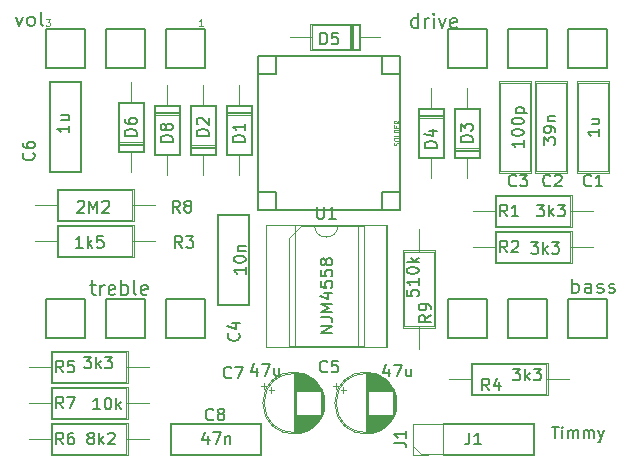
<source format=gto>
G04 #@! TF.GenerationSoftware,KiCad,Pcbnew,7.0.11+dfsg-1build4*
G04 #@! TF.CreationDate,2025-11-30T20:34:08-05:00*
G04 #@! TF.ProjectId,timmy,74696d6d-792e-46b6-9963-61645f706362,rev?*
G04 #@! TF.SameCoordinates,Original*
G04 #@! TF.FileFunction,Legend,Top*
G04 #@! TF.FilePolarity,Positive*
%FSLAX46Y46*%
G04 Gerber Fmt 4.6, Leading zero omitted, Abs format (unit mm)*
G04 Created by KiCad (PCBNEW 7.0.11+dfsg-1build4) date 2025-11-30 20:34:08*
%MOMM*%
%LPD*%
G01*
G04 APERTURE LIST*
%ADD10C,0.150000*%
%ADD11C,0.152400*%
%ADD12C,0.073152*%
%ADD13C,0.032512*%
%ADD14C,0.120000*%
%ADD15C,0.100000*%
%ADD16C,0.127000*%
G04 APERTURE END LIST*
D10*
X139747905Y-82766819D02*
X140319333Y-82766819D01*
X140033619Y-83766819D02*
X140033619Y-82766819D01*
X140652667Y-83766819D02*
X140652667Y-83100152D01*
X140652667Y-82766819D02*
X140605048Y-82814438D01*
X140605048Y-82814438D02*
X140652667Y-82862057D01*
X140652667Y-82862057D02*
X140700286Y-82814438D01*
X140700286Y-82814438D02*
X140652667Y-82766819D01*
X140652667Y-82766819D02*
X140652667Y-82862057D01*
X141128857Y-83766819D02*
X141128857Y-83100152D01*
X141128857Y-83195390D02*
X141176476Y-83147771D01*
X141176476Y-83147771D02*
X141271714Y-83100152D01*
X141271714Y-83100152D02*
X141414571Y-83100152D01*
X141414571Y-83100152D02*
X141509809Y-83147771D01*
X141509809Y-83147771D02*
X141557428Y-83243009D01*
X141557428Y-83243009D02*
X141557428Y-83766819D01*
X141557428Y-83243009D02*
X141605047Y-83147771D01*
X141605047Y-83147771D02*
X141700285Y-83100152D01*
X141700285Y-83100152D02*
X141843142Y-83100152D01*
X141843142Y-83100152D02*
X141938381Y-83147771D01*
X141938381Y-83147771D02*
X141986000Y-83243009D01*
X141986000Y-83243009D02*
X141986000Y-83766819D01*
X142462190Y-83766819D02*
X142462190Y-83100152D01*
X142462190Y-83195390D02*
X142509809Y-83147771D01*
X142509809Y-83147771D02*
X142605047Y-83100152D01*
X142605047Y-83100152D02*
X142747904Y-83100152D01*
X142747904Y-83100152D02*
X142843142Y-83147771D01*
X142843142Y-83147771D02*
X142890761Y-83243009D01*
X142890761Y-83243009D02*
X142890761Y-83766819D01*
X142890761Y-83243009D02*
X142938380Y-83147771D01*
X142938380Y-83147771D02*
X143033618Y-83100152D01*
X143033618Y-83100152D02*
X143176475Y-83100152D01*
X143176475Y-83100152D02*
X143271714Y-83147771D01*
X143271714Y-83147771D02*
X143319333Y-83243009D01*
X143319333Y-83243009D02*
X143319333Y-83766819D01*
X143700285Y-83100152D02*
X143938380Y-83766819D01*
X144176475Y-83100152D02*
X143938380Y-83766819D01*
X143938380Y-83766819D02*
X143843142Y-84004914D01*
X143843142Y-84004914D02*
X143795523Y-84052533D01*
X143795523Y-84052533D02*
X143700285Y-84100152D01*
X143089333Y-62335580D02*
X143041714Y-62383200D01*
X143041714Y-62383200D02*
X142898857Y-62430819D01*
X142898857Y-62430819D02*
X142803619Y-62430819D01*
X142803619Y-62430819D02*
X142660762Y-62383200D01*
X142660762Y-62383200D02*
X142565524Y-62287961D01*
X142565524Y-62287961D02*
X142517905Y-62192723D01*
X142517905Y-62192723D02*
X142470286Y-62002247D01*
X142470286Y-62002247D02*
X142470286Y-61859390D01*
X142470286Y-61859390D02*
X142517905Y-61668914D01*
X142517905Y-61668914D02*
X142565524Y-61573676D01*
X142565524Y-61573676D02*
X142660762Y-61478438D01*
X142660762Y-61478438D02*
X142803619Y-61430819D01*
X142803619Y-61430819D02*
X142898857Y-61430819D01*
X142898857Y-61430819D02*
X143041714Y-61478438D01*
X143041714Y-61478438D02*
X143089333Y-61526057D01*
X144041714Y-62430819D02*
X143470286Y-62430819D01*
X143756000Y-62430819D02*
X143756000Y-61430819D01*
X143756000Y-61430819D02*
X143660762Y-61573676D01*
X143660762Y-61573676D02*
X143565524Y-61668914D01*
X143565524Y-61668914D02*
X143470286Y-61716533D01*
X143784479Y-57576386D02*
X143784479Y-58147814D01*
X143784479Y-57862100D02*
X142784479Y-57862100D01*
X142784479Y-57862100D02*
X142927336Y-57957338D01*
X142927336Y-57957338D02*
X143022574Y-58052576D01*
X143022574Y-58052576D02*
X143070193Y-58147814D01*
X143117812Y-56719243D02*
X143784479Y-56719243D01*
X143117812Y-57147814D02*
X143641621Y-57147814D01*
X143641621Y-57147814D02*
X143736860Y-57100195D01*
X143736860Y-57100195D02*
X143784479Y-57004957D01*
X143784479Y-57004957D02*
X143784479Y-56862100D01*
X143784479Y-56862100D02*
X143736860Y-56766862D01*
X143736860Y-56766862D02*
X143689240Y-56719243D01*
X139632393Y-62335580D02*
X139584774Y-62383200D01*
X139584774Y-62383200D02*
X139441917Y-62430819D01*
X139441917Y-62430819D02*
X139346679Y-62430819D01*
X139346679Y-62430819D02*
X139203822Y-62383200D01*
X139203822Y-62383200D02*
X139108584Y-62287961D01*
X139108584Y-62287961D02*
X139060965Y-62192723D01*
X139060965Y-62192723D02*
X139013346Y-62002247D01*
X139013346Y-62002247D02*
X139013346Y-61859390D01*
X139013346Y-61859390D02*
X139060965Y-61668914D01*
X139060965Y-61668914D02*
X139108584Y-61573676D01*
X139108584Y-61573676D02*
X139203822Y-61478438D01*
X139203822Y-61478438D02*
X139346679Y-61430819D01*
X139346679Y-61430819D02*
X139441917Y-61430819D01*
X139441917Y-61430819D02*
X139584774Y-61478438D01*
X139584774Y-61478438D02*
X139632393Y-61526057D01*
X140013346Y-61526057D02*
X140060965Y-61478438D01*
X140060965Y-61478438D02*
X140156203Y-61430819D01*
X140156203Y-61430819D02*
X140394298Y-61430819D01*
X140394298Y-61430819D02*
X140489536Y-61478438D01*
X140489536Y-61478438D02*
X140537155Y-61526057D01*
X140537155Y-61526057D02*
X140584774Y-61621295D01*
X140584774Y-61621295D02*
X140584774Y-61716533D01*
X140584774Y-61716533D02*
X140537155Y-61859390D01*
X140537155Y-61859390D02*
X139965727Y-62430819D01*
X139965727Y-62430819D02*
X140584774Y-62430819D01*
X139055759Y-58901484D02*
X139055759Y-58282437D01*
X139055759Y-58282437D02*
X139436711Y-58615770D01*
X139436711Y-58615770D02*
X139436711Y-58472913D01*
X139436711Y-58472913D02*
X139484330Y-58377675D01*
X139484330Y-58377675D02*
X139531949Y-58330056D01*
X139531949Y-58330056D02*
X139627187Y-58282437D01*
X139627187Y-58282437D02*
X139865282Y-58282437D01*
X139865282Y-58282437D02*
X139960520Y-58330056D01*
X139960520Y-58330056D02*
X140008140Y-58377675D01*
X140008140Y-58377675D02*
X140055759Y-58472913D01*
X140055759Y-58472913D02*
X140055759Y-58758627D01*
X140055759Y-58758627D02*
X140008140Y-58853865D01*
X140008140Y-58853865D02*
X139960520Y-58901484D01*
X140055759Y-57806246D02*
X140055759Y-57615770D01*
X140055759Y-57615770D02*
X140008140Y-57520532D01*
X140008140Y-57520532D02*
X139960520Y-57472913D01*
X139960520Y-57472913D02*
X139817663Y-57377675D01*
X139817663Y-57377675D02*
X139627187Y-57330056D01*
X139627187Y-57330056D02*
X139246235Y-57330056D01*
X139246235Y-57330056D02*
X139150997Y-57377675D01*
X139150997Y-57377675D02*
X139103378Y-57425294D01*
X139103378Y-57425294D02*
X139055759Y-57520532D01*
X139055759Y-57520532D02*
X139055759Y-57711008D01*
X139055759Y-57711008D02*
X139103378Y-57806246D01*
X139103378Y-57806246D02*
X139150997Y-57853865D01*
X139150997Y-57853865D02*
X139246235Y-57901484D01*
X139246235Y-57901484D02*
X139484330Y-57901484D01*
X139484330Y-57901484D02*
X139579568Y-57853865D01*
X139579568Y-57853865D02*
X139627187Y-57806246D01*
X139627187Y-57806246D02*
X139674806Y-57711008D01*
X139674806Y-57711008D02*
X139674806Y-57520532D01*
X139674806Y-57520532D02*
X139627187Y-57425294D01*
X139627187Y-57425294D02*
X139579568Y-57377675D01*
X139579568Y-57377675D02*
X139484330Y-57330056D01*
X139389092Y-56901484D02*
X140055759Y-56901484D01*
X139484330Y-56901484D02*
X139436711Y-56853865D01*
X139436711Y-56853865D02*
X139389092Y-56758627D01*
X139389092Y-56758627D02*
X139389092Y-56615770D01*
X139389092Y-56615770D02*
X139436711Y-56520532D01*
X139436711Y-56520532D02*
X139531949Y-56472913D01*
X139531949Y-56472913D02*
X140055759Y-56472913D01*
X136732933Y-62335580D02*
X136685314Y-62383200D01*
X136685314Y-62383200D02*
X136542457Y-62430819D01*
X136542457Y-62430819D02*
X136447219Y-62430819D01*
X136447219Y-62430819D02*
X136304362Y-62383200D01*
X136304362Y-62383200D02*
X136209124Y-62287961D01*
X136209124Y-62287961D02*
X136161505Y-62192723D01*
X136161505Y-62192723D02*
X136113886Y-62002247D01*
X136113886Y-62002247D02*
X136113886Y-61859390D01*
X136113886Y-61859390D02*
X136161505Y-61668914D01*
X136161505Y-61668914D02*
X136209124Y-61573676D01*
X136209124Y-61573676D02*
X136304362Y-61478438D01*
X136304362Y-61478438D02*
X136447219Y-61430819D01*
X136447219Y-61430819D02*
X136542457Y-61430819D01*
X136542457Y-61430819D02*
X136685314Y-61478438D01*
X136685314Y-61478438D02*
X136732933Y-61526057D01*
X137066267Y-61430819D02*
X137685314Y-61430819D01*
X137685314Y-61430819D02*
X137351981Y-61811771D01*
X137351981Y-61811771D02*
X137494838Y-61811771D01*
X137494838Y-61811771D02*
X137590076Y-61859390D01*
X137590076Y-61859390D02*
X137637695Y-61907009D01*
X137637695Y-61907009D02*
X137685314Y-62002247D01*
X137685314Y-62002247D02*
X137685314Y-62240342D01*
X137685314Y-62240342D02*
X137637695Y-62335580D01*
X137637695Y-62335580D02*
X137590076Y-62383200D01*
X137590076Y-62383200D02*
X137494838Y-62430819D01*
X137494838Y-62430819D02*
X137209124Y-62430819D01*
X137209124Y-62430819D02*
X137113886Y-62383200D01*
X137113886Y-62383200D02*
X137066267Y-62335580D01*
X137354419Y-58523047D02*
X137354419Y-59094475D01*
X137354419Y-58808761D02*
X136354419Y-58808761D01*
X136354419Y-58808761D02*
X136497276Y-58903999D01*
X136497276Y-58903999D02*
X136592514Y-58999237D01*
X136592514Y-58999237D02*
X136640133Y-59094475D01*
X136354419Y-57903999D02*
X136354419Y-57808761D01*
X136354419Y-57808761D02*
X136402038Y-57713523D01*
X136402038Y-57713523D02*
X136449657Y-57665904D01*
X136449657Y-57665904D02*
X136544895Y-57618285D01*
X136544895Y-57618285D02*
X136735371Y-57570666D01*
X136735371Y-57570666D02*
X136973466Y-57570666D01*
X136973466Y-57570666D02*
X137163942Y-57618285D01*
X137163942Y-57618285D02*
X137259180Y-57665904D01*
X137259180Y-57665904D02*
X137306800Y-57713523D01*
X137306800Y-57713523D02*
X137354419Y-57808761D01*
X137354419Y-57808761D02*
X137354419Y-57903999D01*
X137354419Y-57903999D02*
X137306800Y-57999237D01*
X137306800Y-57999237D02*
X137259180Y-58046856D01*
X137259180Y-58046856D02*
X137163942Y-58094475D01*
X137163942Y-58094475D02*
X136973466Y-58142094D01*
X136973466Y-58142094D02*
X136735371Y-58142094D01*
X136735371Y-58142094D02*
X136544895Y-58094475D01*
X136544895Y-58094475D02*
X136449657Y-58046856D01*
X136449657Y-58046856D02*
X136402038Y-57999237D01*
X136402038Y-57999237D02*
X136354419Y-57903999D01*
X136354419Y-56951618D02*
X136354419Y-56856380D01*
X136354419Y-56856380D02*
X136402038Y-56761142D01*
X136402038Y-56761142D02*
X136449657Y-56713523D01*
X136449657Y-56713523D02*
X136544895Y-56665904D01*
X136544895Y-56665904D02*
X136735371Y-56618285D01*
X136735371Y-56618285D02*
X136973466Y-56618285D01*
X136973466Y-56618285D02*
X137163942Y-56665904D01*
X137163942Y-56665904D02*
X137259180Y-56713523D01*
X137259180Y-56713523D02*
X137306800Y-56761142D01*
X137306800Y-56761142D02*
X137354419Y-56856380D01*
X137354419Y-56856380D02*
X137354419Y-56951618D01*
X137354419Y-56951618D02*
X137306800Y-57046856D01*
X137306800Y-57046856D02*
X137259180Y-57094475D01*
X137259180Y-57094475D02*
X137163942Y-57142094D01*
X137163942Y-57142094D02*
X136973466Y-57189713D01*
X136973466Y-57189713D02*
X136735371Y-57189713D01*
X136735371Y-57189713D02*
X136544895Y-57142094D01*
X136544895Y-57142094D02*
X136449657Y-57094475D01*
X136449657Y-57094475D02*
X136402038Y-57046856D01*
X136402038Y-57046856D02*
X136354419Y-56951618D01*
X136687752Y-56189713D02*
X137687752Y-56189713D01*
X136735371Y-56189713D02*
X136687752Y-56094475D01*
X136687752Y-56094475D02*
X136687752Y-55903999D01*
X136687752Y-55903999D02*
X136735371Y-55808761D01*
X136735371Y-55808761D02*
X136782990Y-55761142D01*
X136782990Y-55761142D02*
X136878228Y-55713523D01*
X136878228Y-55713523D02*
X137163942Y-55713523D01*
X137163942Y-55713523D02*
X137259180Y-55761142D01*
X137259180Y-55761142D02*
X137306800Y-55808761D01*
X137306800Y-55808761D02*
X137354419Y-55903999D01*
X137354419Y-55903999D02*
X137354419Y-56094475D01*
X137354419Y-56094475D02*
X137306800Y-56189713D01*
X113231300Y-74879586D02*
X113278920Y-74927205D01*
X113278920Y-74927205D02*
X113326539Y-75070062D01*
X113326539Y-75070062D02*
X113326539Y-75165300D01*
X113326539Y-75165300D02*
X113278920Y-75308157D01*
X113278920Y-75308157D02*
X113183681Y-75403395D01*
X113183681Y-75403395D02*
X113088443Y-75451014D01*
X113088443Y-75451014D02*
X112897967Y-75498633D01*
X112897967Y-75498633D02*
X112755110Y-75498633D01*
X112755110Y-75498633D02*
X112564634Y-75451014D01*
X112564634Y-75451014D02*
X112469396Y-75403395D01*
X112469396Y-75403395D02*
X112374158Y-75308157D01*
X112374158Y-75308157D02*
X112326539Y-75165300D01*
X112326539Y-75165300D02*
X112326539Y-75070062D01*
X112326539Y-75070062D02*
X112374158Y-74927205D01*
X112374158Y-74927205D02*
X112421777Y-74879586D01*
X112659872Y-74022443D02*
X113326539Y-74022443D01*
X112278920Y-74260538D02*
X112993205Y-74498633D01*
X112993205Y-74498633D02*
X112993205Y-73879586D01*
X113826539Y-69262857D02*
X113826539Y-69834285D01*
X113826539Y-69548571D02*
X112826539Y-69548571D01*
X112826539Y-69548571D02*
X112969396Y-69643809D01*
X112969396Y-69643809D02*
X113064634Y-69739047D01*
X113064634Y-69739047D02*
X113112253Y-69834285D01*
X112826539Y-68643809D02*
X112826539Y-68548571D01*
X112826539Y-68548571D02*
X112874158Y-68453333D01*
X112874158Y-68453333D02*
X112921777Y-68405714D01*
X112921777Y-68405714D02*
X113017015Y-68358095D01*
X113017015Y-68358095D02*
X113207491Y-68310476D01*
X113207491Y-68310476D02*
X113445586Y-68310476D01*
X113445586Y-68310476D02*
X113636062Y-68358095D01*
X113636062Y-68358095D02*
X113731300Y-68405714D01*
X113731300Y-68405714D02*
X113778920Y-68453333D01*
X113778920Y-68453333D02*
X113826539Y-68548571D01*
X113826539Y-68548571D02*
X113826539Y-68643809D01*
X113826539Y-68643809D02*
X113778920Y-68739047D01*
X113778920Y-68739047D02*
X113731300Y-68786666D01*
X113731300Y-68786666D02*
X113636062Y-68834285D01*
X113636062Y-68834285D02*
X113445586Y-68881904D01*
X113445586Y-68881904D02*
X113207491Y-68881904D01*
X113207491Y-68881904D02*
X113017015Y-68834285D01*
X113017015Y-68834285D02*
X112921777Y-68786666D01*
X112921777Y-68786666D02*
X112874158Y-68739047D01*
X112874158Y-68739047D02*
X112826539Y-68643809D01*
X113159872Y-67881904D02*
X113826539Y-67881904D01*
X113255110Y-67881904D02*
X113207491Y-67834285D01*
X113207491Y-67834285D02*
X113159872Y-67739047D01*
X113159872Y-67739047D02*
X113159872Y-67596190D01*
X113159872Y-67596190D02*
X113207491Y-67500952D01*
X113207491Y-67500952D02*
X113302729Y-67453333D01*
X113302729Y-67453333D02*
X113826539Y-67453333D01*
X120737333Y-78083580D02*
X120689714Y-78131200D01*
X120689714Y-78131200D02*
X120546857Y-78178819D01*
X120546857Y-78178819D02*
X120451619Y-78178819D01*
X120451619Y-78178819D02*
X120308762Y-78131200D01*
X120308762Y-78131200D02*
X120213524Y-78035961D01*
X120213524Y-78035961D02*
X120165905Y-77940723D01*
X120165905Y-77940723D02*
X120118286Y-77750247D01*
X120118286Y-77750247D02*
X120118286Y-77607390D01*
X120118286Y-77607390D02*
X120165905Y-77416914D01*
X120165905Y-77416914D02*
X120213524Y-77321676D01*
X120213524Y-77321676D02*
X120308762Y-77226438D01*
X120308762Y-77226438D02*
X120451619Y-77178819D01*
X120451619Y-77178819D02*
X120546857Y-77178819D01*
X120546857Y-77178819D02*
X120689714Y-77226438D01*
X120689714Y-77226438D02*
X120737333Y-77274057D01*
X121642095Y-77178819D02*
X121165905Y-77178819D01*
X121165905Y-77178819D02*
X121118286Y-77655009D01*
X121118286Y-77655009D02*
X121165905Y-77607390D01*
X121165905Y-77607390D02*
X121261143Y-77559771D01*
X121261143Y-77559771D02*
X121499238Y-77559771D01*
X121499238Y-77559771D02*
X121594476Y-77607390D01*
X121594476Y-77607390D02*
X121642095Y-77655009D01*
X121642095Y-77655009D02*
X121689714Y-77750247D01*
X121689714Y-77750247D02*
X121689714Y-77988342D01*
X121689714Y-77988342D02*
X121642095Y-78083580D01*
X121642095Y-78083580D02*
X121594476Y-78131200D01*
X121594476Y-78131200D02*
X121499238Y-78178819D01*
X121499238Y-78178819D02*
X121261143Y-78178819D01*
X121261143Y-78178819D02*
X121165905Y-78131200D01*
X121165905Y-78131200D02*
X121118286Y-78083580D01*
X125945032Y-77860432D02*
X125945032Y-78527099D01*
X125706937Y-77479480D02*
X125468842Y-78193765D01*
X125468842Y-78193765D02*
X126087889Y-78193765D01*
X126373604Y-77527099D02*
X127040270Y-77527099D01*
X127040270Y-77527099D02*
X126611699Y-78527099D01*
X127849794Y-77860432D02*
X127849794Y-78527099D01*
X127421223Y-77860432D02*
X127421223Y-78384241D01*
X127421223Y-78384241D02*
X127468842Y-78479480D01*
X127468842Y-78479480D02*
X127564080Y-78527099D01*
X127564080Y-78527099D02*
X127706937Y-78527099D01*
X127706937Y-78527099D02*
X127802175Y-78479480D01*
X127802175Y-78479480D02*
X127849794Y-78431860D01*
X95863580Y-59602666D02*
X95911200Y-59650285D01*
X95911200Y-59650285D02*
X95958819Y-59793142D01*
X95958819Y-59793142D02*
X95958819Y-59888380D01*
X95958819Y-59888380D02*
X95911200Y-60031237D01*
X95911200Y-60031237D02*
X95815961Y-60126475D01*
X95815961Y-60126475D02*
X95720723Y-60174094D01*
X95720723Y-60174094D02*
X95530247Y-60221713D01*
X95530247Y-60221713D02*
X95387390Y-60221713D01*
X95387390Y-60221713D02*
X95196914Y-60174094D01*
X95196914Y-60174094D02*
X95101676Y-60126475D01*
X95101676Y-60126475D02*
X95006438Y-60031237D01*
X95006438Y-60031237D02*
X94958819Y-59888380D01*
X94958819Y-59888380D02*
X94958819Y-59793142D01*
X94958819Y-59793142D02*
X95006438Y-59650285D01*
X95006438Y-59650285D02*
X95054057Y-59602666D01*
X94958819Y-58745523D02*
X94958819Y-58935999D01*
X94958819Y-58935999D02*
X95006438Y-59031237D01*
X95006438Y-59031237D02*
X95054057Y-59078856D01*
X95054057Y-59078856D02*
X95196914Y-59174094D01*
X95196914Y-59174094D02*
X95387390Y-59221713D01*
X95387390Y-59221713D02*
X95768342Y-59221713D01*
X95768342Y-59221713D02*
X95863580Y-59174094D01*
X95863580Y-59174094D02*
X95911200Y-59126475D01*
X95911200Y-59126475D02*
X95958819Y-59031237D01*
X95958819Y-59031237D02*
X95958819Y-58840761D01*
X95958819Y-58840761D02*
X95911200Y-58745523D01*
X95911200Y-58745523D02*
X95863580Y-58697904D01*
X95863580Y-58697904D02*
X95768342Y-58650285D01*
X95768342Y-58650285D02*
X95530247Y-58650285D01*
X95530247Y-58650285D02*
X95435009Y-58697904D01*
X95435009Y-58697904D02*
X95387390Y-58745523D01*
X95387390Y-58745523D02*
X95339771Y-58840761D01*
X95339771Y-58840761D02*
X95339771Y-59031237D01*
X95339771Y-59031237D02*
X95387390Y-59126475D01*
X95387390Y-59126475D02*
X95435009Y-59174094D01*
X95435009Y-59174094D02*
X95530247Y-59221713D01*
X98898379Y-57279026D02*
X98898379Y-57850454D01*
X98898379Y-57564740D02*
X97898379Y-57564740D01*
X97898379Y-57564740D02*
X98041236Y-57659978D01*
X98041236Y-57659978D02*
X98136474Y-57755216D01*
X98136474Y-57755216D02*
X98184093Y-57850454D01*
X98231712Y-56421883D02*
X98898379Y-56421883D01*
X98231712Y-56850454D02*
X98755521Y-56850454D01*
X98755521Y-56850454D02*
X98850760Y-56802835D01*
X98850760Y-56802835D02*
X98898379Y-56707597D01*
X98898379Y-56707597D02*
X98898379Y-56564740D01*
X98898379Y-56564740D02*
X98850760Y-56469502D01*
X98850760Y-56469502D02*
X98803140Y-56421883D01*
X112609333Y-78591580D02*
X112561714Y-78639200D01*
X112561714Y-78639200D02*
X112418857Y-78686819D01*
X112418857Y-78686819D02*
X112323619Y-78686819D01*
X112323619Y-78686819D02*
X112180762Y-78639200D01*
X112180762Y-78639200D02*
X112085524Y-78543961D01*
X112085524Y-78543961D02*
X112037905Y-78448723D01*
X112037905Y-78448723D02*
X111990286Y-78258247D01*
X111990286Y-78258247D02*
X111990286Y-78115390D01*
X111990286Y-78115390D02*
X112037905Y-77924914D01*
X112037905Y-77924914D02*
X112085524Y-77829676D01*
X112085524Y-77829676D02*
X112180762Y-77734438D01*
X112180762Y-77734438D02*
X112323619Y-77686819D01*
X112323619Y-77686819D02*
X112418857Y-77686819D01*
X112418857Y-77686819D02*
X112561714Y-77734438D01*
X112561714Y-77734438D02*
X112609333Y-77782057D01*
X112942667Y-77686819D02*
X113609333Y-77686819D01*
X113609333Y-77686819D02*
X113180762Y-78686819D01*
X114765832Y-77779152D02*
X114765832Y-78445819D01*
X114527737Y-77398200D02*
X114289642Y-78112485D01*
X114289642Y-78112485D02*
X114908689Y-78112485D01*
X115194404Y-77445819D02*
X115861070Y-77445819D01*
X115861070Y-77445819D02*
X115432499Y-78445819D01*
X116670594Y-77779152D02*
X116670594Y-78445819D01*
X116242023Y-77779152D02*
X116242023Y-78302961D01*
X116242023Y-78302961D02*
X116289642Y-78398200D01*
X116289642Y-78398200D02*
X116384880Y-78445819D01*
X116384880Y-78445819D02*
X116527737Y-78445819D01*
X116527737Y-78445819D02*
X116622975Y-78398200D01*
X116622975Y-78398200D02*
X116670594Y-78350580D01*
X111085333Y-82147580D02*
X111037714Y-82195200D01*
X111037714Y-82195200D02*
X110894857Y-82242819D01*
X110894857Y-82242819D02*
X110799619Y-82242819D01*
X110799619Y-82242819D02*
X110656762Y-82195200D01*
X110656762Y-82195200D02*
X110561524Y-82099961D01*
X110561524Y-82099961D02*
X110513905Y-82004723D01*
X110513905Y-82004723D02*
X110466286Y-81814247D01*
X110466286Y-81814247D02*
X110466286Y-81671390D01*
X110466286Y-81671390D02*
X110513905Y-81480914D01*
X110513905Y-81480914D02*
X110561524Y-81385676D01*
X110561524Y-81385676D02*
X110656762Y-81290438D01*
X110656762Y-81290438D02*
X110799619Y-81242819D01*
X110799619Y-81242819D02*
X110894857Y-81242819D01*
X110894857Y-81242819D02*
X111037714Y-81290438D01*
X111037714Y-81290438D02*
X111085333Y-81338057D01*
X111656762Y-81671390D02*
X111561524Y-81623771D01*
X111561524Y-81623771D02*
X111513905Y-81576152D01*
X111513905Y-81576152D02*
X111466286Y-81480914D01*
X111466286Y-81480914D02*
X111466286Y-81433295D01*
X111466286Y-81433295D02*
X111513905Y-81338057D01*
X111513905Y-81338057D02*
X111561524Y-81290438D01*
X111561524Y-81290438D02*
X111656762Y-81242819D01*
X111656762Y-81242819D02*
X111847238Y-81242819D01*
X111847238Y-81242819D02*
X111942476Y-81290438D01*
X111942476Y-81290438D02*
X111990095Y-81338057D01*
X111990095Y-81338057D02*
X112037714Y-81433295D01*
X112037714Y-81433295D02*
X112037714Y-81480914D01*
X112037714Y-81480914D02*
X111990095Y-81576152D01*
X111990095Y-81576152D02*
X111942476Y-81623771D01*
X111942476Y-81623771D02*
X111847238Y-81671390D01*
X111847238Y-81671390D02*
X111656762Y-81671390D01*
X111656762Y-81671390D02*
X111561524Y-81719009D01*
X111561524Y-81719009D02*
X111513905Y-81766628D01*
X111513905Y-81766628D02*
X111466286Y-81861866D01*
X111466286Y-81861866D02*
X111466286Y-82052342D01*
X111466286Y-82052342D02*
X111513905Y-82147580D01*
X111513905Y-82147580D02*
X111561524Y-82195200D01*
X111561524Y-82195200D02*
X111656762Y-82242819D01*
X111656762Y-82242819D02*
X111847238Y-82242819D01*
X111847238Y-82242819D02*
X111942476Y-82195200D01*
X111942476Y-82195200D02*
X111990095Y-82147580D01*
X111990095Y-82147580D02*
X112037714Y-82052342D01*
X112037714Y-82052342D02*
X112037714Y-81861866D01*
X112037714Y-81861866D02*
X111990095Y-81766628D01*
X111990095Y-81766628D02*
X111942476Y-81719009D01*
X111942476Y-81719009D02*
X111847238Y-81671390D01*
X110630104Y-83595452D02*
X110630104Y-84262119D01*
X110392009Y-83214500D02*
X110153914Y-83928785D01*
X110153914Y-83928785D02*
X110772961Y-83928785D01*
X111058676Y-83262119D02*
X111725342Y-83262119D01*
X111725342Y-83262119D02*
X111296771Y-84262119D01*
X112106295Y-83595452D02*
X112106295Y-84262119D01*
X112106295Y-83690690D02*
X112153914Y-83643071D01*
X112153914Y-83643071D02*
X112249152Y-83595452D01*
X112249152Y-83595452D02*
X112392009Y-83595452D01*
X112392009Y-83595452D02*
X112487247Y-83643071D01*
X112487247Y-83643071D02*
X112534866Y-83738309D01*
X112534866Y-83738309D02*
X112534866Y-84262119D01*
X113738819Y-58650094D02*
X112738819Y-58650094D01*
X112738819Y-58650094D02*
X112738819Y-58411999D01*
X112738819Y-58411999D02*
X112786438Y-58269142D01*
X112786438Y-58269142D02*
X112881676Y-58173904D01*
X112881676Y-58173904D02*
X112976914Y-58126285D01*
X112976914Y-58126285D02*
X113167390Y-58078666D01*
X113167390Y-58078666D02*
X113310247Y-58078666D01*
X113310247Y-58078666D02*
X113500723Y-58126285D01*
X113500723Y-58126285D02*
X113595961Y-58173904D01*
X113595961Y-58173904D02*
X113691200Y-58269142D01*
X113691200Y-58269142D02*
X113738819Y-58411999D01*
X113738819Y-58411999D02*
X113738819Y-58650094D01*
X113738819Y-57126285D02*
X113738819Y-57697713D01*
X113738819Y-57411999D02*
X112738819Y-57411999D01*
X112738819Y-57411999D02*
X112881676Y-57507237D01*
X112881676Y-57507237D02*
X112976914Y-57602475D01*
X112976914Y-57602475D02*
X113024533Y-57697713D01*
X110690819Y-58142094D02*
X109690819Y-58142094D01*
X109690819Y-58142094D02*
X109690819Y-57903999D01*
X109690819Y-57903999D02*
X109738438Y-57761142D01*
X109738438Y-57761142D02*
X109833676Y-57665904D01*
X109833676Y-57665904D02*
X109928914Y-57618285D01*
X109928914Y-57618285D02*
X110119390Y-57570666D01*
X110119390Y-57570666D02*
X110262247Y-57570666D01*
X110262247Y-57570666D02*
X110452723Y-57618285D01*
X110452723Y-57618285D02*
X110547961Y-57665904D01*
X110547961Y-57665904D02*
X110643200Y-57761142D01*
X110643200Y-57761142D02*
X110690819Y-57903999D01*
X110690819Y-57903999D02*
X110690819Y-58142094D01*
X109786057Y-57189713D02*
X109738438Y-57142094D01*
X109738438Y-57142094D02*
X109690819Y-57046856D01*
X109690819Y-57046856D02*
X109690819Y-56808761D01*
X109690819Y-56808761D02*
X109738438Y-56713523D01*
X109738438Y-56713523D02*
X109786057Y-56665904D01*
X109786057Y-56665904D02*
X109881295Y-56618285D01*
X109881295Y-56618285D02*
X109976533Y-56618285D01*
X109976533Y-56618285D02*
X110119390Y-56665904D01*
X110119390Y-56665904D02*
X110690819Y-57237332D01*
X110690819Y-57237332D02*
X110690819Y-56618285D01*
X133042819Y-58650094D02*
X132042819Y-58650094D01*
X132042819Y-58650094D02*
X132042819Y-58411999D01*
X132042819Y-58411999D02*
X132090438Y-58269142D01*
X132090438Y-58269142D02*
X132185676Y-58173904D01*
X132185676Y-58173904D02*
X132280914Y-58126285D01*
X132280914Y-58126285D02*
X132471390Y-58078666D01*
X132471390Y-58078666D02*
X132614247Y-58078666D01*
X132614247Y-58078666D02*
X132804723Y-58126285D01*
X132804723Y-58126285D02*
X132899961Y-58173904D01*
X132899961Y-58173904D02*
X132995200Y-58269142D01*
X132995200Y-58269142D02*
X133042819Y-58411999D01*
X133042819Y-58411999D02*
X133042819Y-58650094D01*
X132042819Y-57745332D02*
X132042819Y-57126285D01*
X132042819Y-57126285D02*
X132423771Y-57459618D01*
X132423771Y-57459618D02*
X132423771Y-57316761D01*
X132423771Y-57316761D02*
X132471390Y-57221523D01*
X132471390Y-57221523D02*
X132519009Y-57173904D01*
X132519009Y-57173904D02*
X132614247Y-57126285D01*
X132614247Y-57126285D02*
X132852342Y-57126285D01*
X132852342Y-57126285D02*
X132947580Y-57173904D01*
X132947580Y-57173904D02*
X132995200Y-57221523D01*
X132995200Y-57221523D02*
X133042819Y-57316761D01*
X133042819Y-57316761D02*
X133042819Y-57602475D01*
X133042819Y-57602475D02*
X132995200Y-57697713D01*
X132995200Y-57697713D02*
X132947580Y-57745332D01*
X129994819Y-59158094D02*
X128994819Y-59158094D01*
X128994819Y-59158094D02*
X128994819Y-58919999D01*
X128994819Y-58919999D02*
X129042438Y-58777142D01*
X129042438Y-58777142D02*
X129137676Y-58681904D01*
X129137676Y-58681904D02*
X129232914Y-58634285D01*
X129232914Y-58634285D02*
X129423390Y-58586666D01*
X129423390Y-58586666D02*
X129566247Y-58586666D01*
X129566247Y-58586666D02*
X129756723Y-58634285D01*
X129756723Y-58634285D02*
X129851961Y-58681904D01*
X129851961Y-58681904D02*
X129947200Y-58777142D01*
X129947200Y-58777142D02*
X129994819Y-58919999D01*
X129994819Y-58919999D02*
X129994819Y-59158094D01*
X129328152Y-57729523D02*
X129994819Y-57729523D01*
X128947200Y-57967618D02*
X129661485Y-58205713D01*
X129661485Y-58205713D02*
X129661485Y-57586666D01*
X120165905Y-50409099D02*
X120165905Y-49409099D01*
X120165905Y-49409099D02*
X120404000Y-49409099D01*
X120404000Y-49409099D02*
X120546857Y-49456718D01*
X120546857Y-49456718D02*
X120642095Y-49551956D01*
X120642095Y-49551956D02*
X120689714Y-49647194D01*
X120689714Y-49647194D02*
X120737333Y-49837670D01*
X120737333Y-49837670D02*
X120737333Y-49980527D01*
X120737333Y-49980527D02*
X120689714Y-50171003D01*
X120689714Y-50171003D02*
X120642095Y-50266241D01*
X120642095Y-50266241D02*
X120546857Y-50361480D01*
X120546857Y-50361480D02*
X120404000Y-50409099D01*
X120404000Y-50409099D02*
X120165905Y-50409099D01*
X121642095Y-49409099D02*
X121165905Y-49409099D01*
X121165905Y-49409099D02*
X121118286Y-49885289D01*
X121118286Y-49885289D02*
X121165905Y-49837670D01*
X121165905Y-49837670D02*
X121261143Y-49790051D01*
X121261143Y-49790051D02*
X121499238Y-49790051D01*
X121499238Y-49790051D02*
X121594476Y-49837670D01*
X121594476Y-49837670D02*
X121642095Y-49885289D01*
X121642095Y-49885289D02*
X121689714Y-49980527D01*
X121689714Y-49980527D02*
X121689714Y-50218622D01*
X121689714Y-50218622D02*
X121642095Y-50313860D01*
X121642095Y-50313860D02*
X121594476Y-50361480D01*
X121594476Y-50361480D02*
X121499238Y-50409099D01*
X121499238Y-50409099D02*
X121261143Y-50409099D01*
X121261143Y-50409099D02*
X121165905Y-50361480D01*
X121165905Y-50361480D02*
X121118286Y-50313860D01*
X104594819Y-58142094D02*
X103594819Y-58142094D01*
X103594819Y-58142094D02*
X103594819Y-57903999D01*
X103594819Y-57903999D02*
X103642438Y-57761142D01*
X103642438Y-57761142D02*
X103737676Y-57665904D01*
X103737676Y-57665904D02*
X103832914Y-57618285D01*
X103832914Y-57618285D02*
X104023390Y-57570666D01*
X104023390Y-57570666D02*
X104166247Y-57570666D01*
X104166247Y-57570666D02*
X104356723Y-57618285D01*
X104356723Y-57618285D02*
X104451961Y-57665904D01*
X104451961Y-57665904D02*
X104547200Y-57761142D01*
X104547200Y-57761142D02*
X104594819Y-57903999D01*
X104594819Y-57903999D02*
X104594819Y-58142094D01*
X103594819Y-56713523D02*
X103594819Y-56903999D01*
X103594819Y-56903999D02*
X103642438Y-56999237D01*
X103642438Y-56999237D02*
X103690057Y-57046856D01*
X103690057Y-57046856D02*
X103832914Y-57142094D01*
X103832914Y-57142094D02*
X104023390Y-57189713D01*
X104023390Y-57189713D02*
X104404342Y-57189713D01*
X104404342Y-57189713D02*
X104499580Y-57142094D01*
X104499580Y-57142094D02*
X104547200Y-57094475D01*
X104547200Y-57094475D02*
X104594819Y-56999237D01*
X104594819Y-56999237D02*
X104594819Y-56808761D01*
X104594819Y-56808761D02*
X104547200Y-56713523D01*
X104547200Y-56713523D02*
X104499580Y-56665904D01*
X104499580Y-56665904D02*
X104404342Y-56618285D01*
X104404342Y-56618285D02*
X104166247Y-56618285D01*
X104166247Y-56618285D02*
X104071009Y-56665904D01*
X104071009Y-56665904D02*
X104023390Y-56713523D01*
X104023390Y-56713523D02*
X103975771Y-56808761D01*
X103975771Y-56808761D02*
X103975771Y-56999237D01*
X103975771Y-56999237D02*
X104023390Y-57094475D01*
X104023390Y-57094475D02*
X104071009Y-57142094D01*
X104071009Y-57142094D02*
X104166247Y-57189713D01*
X107642819Y-58650094D02*
X106642819Y-58650094D01*
X106642819Y-58650094D02*
X106642819Y-58411999D01*
X106642819Y-58411999D02*
X106690438Y-58269142D01*
X106690438Y-58269142D02*
X106785676Y-58173904D01*
X106785676Y-58173904D02*
X106880914Y-58126285D01*
X106880914Y-58126285D02*
X107071390Y-58078666D01*
X107071390Y-58078666D02*
X107214247Y-58078666D01*
X107214247Y-58078666D02*
X107404723Y-58126285D01*
X107404723Y-58126285D02*
X107499961Y-58173904D01*
X107499961Y-58173904D02*
X107595200Y-58269142D01*
X107595200Y-58269142D02*
X107642819Y-58411999D01*
X107642819Y-58411999D02*
X107642819Y-58650094D01*
X107071390Y-57507237D02*
X107023771Y-57602475D01*
X107023771Y-57602475D02*
X106976152Y-57650094D01*
X106976152Y-57650094D02*
X106880914Y-57697713D01*
X106880914Y-57697713D02*
X106833295Y-57697713D01*
X106833295Y-57697713D02*
X106738057Y-57650094D01*
X106738057Y-57650094D02*
X106690438Y-57602475D01*
X106690438Y-57602475D02*
X106642819Y-57507237D01*
X106642819Y-57507237D02*
X106642819Y-57316761D01*
X106642819Y-57316761D02*
X106690438Y-57221523D01*
X106690438Y-57221523D02*
X106738057Y-57173904D01*
X106738057Y-57173904D02*
X106833295Y-57126285D01*
X106833295Y-57126285D02*
X106880914Y-57126285D01*
X106880914Y-57126285D02*
X106976152Y-57173904D01*
X106976152Y-57173904D02*
X107023771Y-57221523D01*
X107023771Y-57221523D02*
X107071390Y-57316761D01*
X107071390Y-57316761D02*
X107071390Y-57507237D01*
X107071390Y-57507237D02*
X107119009Y-57602475D01*
X107119009Y-57602475D02*
X107166628Y-57650094D01*
X107166628Y-57650094D02*
X107261866Y-57697713D01*
X107261866Y-57697713D02*
X107452342Y-57697713D01*
X107452342Y-57697713D02*
X107547580Y-57650094D01*
X107547580Y-57650094D02*
X107595200Y-57602475D01*
X107595200Y-57602475D02*
X107642819Y-57507237D01*
X107642819Y-57507237D02*
X107642819Y-57316761D01*
X107642819Y-57316761D02*
X107595200Y-57221523D01*
X107595200Y-57221523D02*
X107547580Y-57173904D01*
X107547580Y-57173904D02*
X107452342Y-57126285D01*
X107452342Y-57126285D02*
X107261866Y-57126285D01*
X107261866Y-57126285D02*
X107166628Y-57173904D01*
X107166628Y-57173904D02*
X107119009Y-57221523D01*
X107119009Y-57221523D02*
X107071390Y-57316761D01*
X126420819Y-84153333D02*
X127135104Y-84153333D01*
X127135104Y-84153333D02*
X127277961Y-84200952D01*
X127277961Y-84200952D02*
X127373200Y-84296190D01*
X127373200Y-84296190D02*
X127420819Y-84439047D01*
X127420819Y-84439047D02*
X127420819Y-84534285D01*
X127420819Y-83153333D02*
X127420819Y-83724761D01*
X127420819Y-83439047D02*
X126420819Y-83439047D01*
X126420819Y-83439047D02*
X126563676Y-83534285D01*
X126563676Y-83534285D02*
X126658914Y-83629523D01*
X126658914Y-83629523D02*
X126706533Y-83724761D01*
X132772666Y-83274819D02*
X132772666Y-83989104D01*
X132772666Y-83989104D02*
X132725047Y-84131961D01*
X132725047Y-84131961D02*
X132629809Y-84227200D01*
X132629809Y-84227200D02*
X132486952Y-84274819D01*
X132486952Y-84274819D02*
X132391714Y-84274819D01*
X133772666Y-84274819D02*
X133201238Y-84274819D01*
X133486952Y-84274819D02*
X133486952Y-83274819D01*
X133486952Y-83274819D02*
X133391714Y-83417676D01*
X133391714Y-83417676D02*
X133296476Y-83512914D01*
X133296476Y-83512914D02*
X133201238Y-83560533D01*
X135977333Y-64970819D02*
X135644000Y-64494628D01*
X135405905Y-64970819D02*
X135405905Y-63970819D01*
X135405905Y-63970819D02*
X135786857Y-63970819D01*
X135786857Y-63970819D02*
X135882095Y-64018438D01*
X135882095Y-64018438D02*
X135929714Y-64066057D01*
X135929714Y-64066057D02*
X135977333Y-64161295D01*
X135977333Y-64161295D02*
X135977333Y-64304152D01*
X135977333Y-64304152D02*
X135929714Y-64399390D01*
X135929714Y-64399390D02*
X135882095Y-64447009D01*
X135882095Y-64447009D02*
X135786857Y-64494628D01*
X135786857Y-64494628D02*
X135405905Y-64494628D01*
X136929714Y-64970819D02*
X136358286Y-64970819D01*
X136644000Y-64970819D02*
X136644000Y-63970819D01*
X136644000Y-63970819D02*
X136548762Y-64113676D01*
X136548762Y-64113676D02*
X136453524Y-64208914D01*
X136453524Y-64208914D02*
X136358286Y-64256533D01*
X138485714Y-63970819D02*
X139104761Y-63970819D01*
X139104761Y-63970819D02*
X138771428Y-64351771D01*
X138771428Y-64351771D02*
X138914285Y-64351771D01*
X138914285Y-64351771D02*
X139009523Y-64399390D01*
X139009523Y-64399390D02*
X139057142Y-64447009D01*
X139057142Y-64447009D02*
X139104761Y-64542247D01*
X139104761Y-64542247D02*
X139104761Y-64780342D01*
X139104761Y-64780342D02*
X139057142Y-64875580D01*
X139057142Y-64875580D02*
X139009523Y-64923200D01*
X139009523Y-64923200D02*
X138914285Y-64970819D01*
X138914285Y-64970819D02*
X138628571Y-64970819D01*
X138628571Y-64970819D02*
X138533333Y-64923200D01*
X138533333Y-64923200D02*
X138485714Y-64875580D01*
X139533333Y-64970819D02*
X139533333Y-63970819D01*
X139628571Y-64589866D02*
X139914285Y-64970819D01*
X139914285Y-64304152D02*
X139533333Y-64685104D01*
X140247619Y-63970819D02*
X140866666Y-63970819D01*
X140866666Y-63970819D02*
X140533333Y-64351771D01*
X140533333Y-64351771D02*
X140676190Y-64351771D01*
X140676190Y-64351771D02*
X140771428Y-64399390D01*
X140771428Y-64399390D02*
X140819047Y-64447009D01*
X140819047Y-64447009D02*
X140866666Y-64542247D01*
X140866666Y-64542247D02*
X140866666Y-64780342D01*
X140866666Y-64780342D02*
X140819047Y-64875580D01*
X140819047Y-64875580D02*
X140771428Y-64923200D01*
X140771428Y-64923200D02*
X140676190Y-64970819D01*
X140676190Y-64970819D02*
X140390476Y-64970819D01*
X140390476Y-64970819D02*
X140295238Y-64923200D01*
X140295238Y-64923200D02*
X140247619Y-64875580D01*
X135977333Y-68018819D02*
X135644000Y-67542628D01*
X135405905Y-68018819D02*
X135405905Y-67018819D01*
X135405905Y-67018819D02*
X135786857Y-67018819D01*
X135786857Y-67018819D02*
X135882095Y-67066438D01*
X135882095Y-67066438D02*
X135929714Y-67114057D01*
X135929714Y-67114057D02*
X135977333Y-67209295D01*
X135977333Y-67209295D02*
X135977333Y-67352152D01*
X135977333Y-67352152D02*
X135929714Y-67447390D01*
X135929714Y-67447390D02*
X135882095Y-67495009D01*
X135882095Y-67495009D02*
X135786857Y-67542628D01*
X135786857Y-67542628D02*
X135405905Y-67542628D01*
X136358286Y-67114057D02*
X136405905Y-67066438D01*
X136405905Y-67066438D02*
X136501143Y-67018819D01*
X136501143Y-67018819D02*
X136739238Y-67018819D01*
X136739238Y-67018819D02*
X136834476Y-67066438D01*
X136834476Y-67066438D02*
X136882095Y-67114057D01*
X136882095Y-67114057D02*
X136929714Y-67209295D01*
X136929714Y-67209295D02*
X136929714Y-67304533D01*
X136929714Y-67304533D02*
X136882095Y-67447390D01*
X136882095Y-67447390D02*
X136310667Y-68018819D01*
X136310667Y-68018819D02*
X136929714Y-68018819D01*
X137977714Y-67126579D02*
X138596761Y-67126579D01*
X138596761Y-67126579D02*
X138263428Y-67507531D01*
X138263428Y-67507531D02*
X138406285Y-67507531D01*
X138406285Y-67507531D02*
X138501523Y-67555150D01*
X138501523Y-67555150D02*
X138549142Y-67602769D01*
X138549142Y-67602769D02*
X138596761Y-67698007D01*
X138596761Y-67698007D02*
X138596761Y-67936102D01*
X138596761Y-67936102D02*
X138549142Y-68031340D01*
X138549142Y-68031340D02*
X138501523Y-68078960D01*
X138501523Y-68078960D02*
X138406285Y-68126579D01*
X138406285Y-68126579D02*
X138120571Y-68126579D01*
X138120571Y-68126579D02*
X138025333Y-68078960D01*
X138025333Y-68078960D02*
X137977714Y-68031340D01*
X139025333Y-68126579D02*
X139025333Y-67126579D01*
X139120571Y-67745626D02*
X139406285Y-68126579D01*
X139406285Y-67459912D02*
X139025333Y-67840864D01*
X139739619Y-67126579D02*
X140358666Y-67126579D01*
X140358666Y-67126579D02*
X140025333Y-67507531D01*
X140025333Y-67507531D02*
X140168190Y-67507531D01*
X140168190Y-67507531D02*
X140263428Y-67555150D01*
X140263428Y-67555150D02*
X140311047Y-67602769D01*
X140311047Y-67602769D02*
X140358666Y-67698007D01*
X140358666Y-67698007D02*
X140358666Y-67936102D01*
X140358666Y-67936102D02*
X140311047Y-68031340D01*
X140311047Y-68031340D02*
X140263428Y-68078960D01*
X140263428Y-68078960D02*
X140168190Y-68126579D01*
X140168190Y-68126579D02*
X139882476Y-68126579D01*
X139882476Y-68126579D02*
X139787238Y-68078960D01*
X139787238Y-68078960D02*
X139739619Y-68031340D01*
X108460973Y-67632259D02*
X108127640Y-67156068D01*
X107889545Y-67632259D02*
X107889545Y-66632259D01*
X107889545Y-66632259D02*
X108270497Y-66632259D01*
X108270497Y-66632259D02*
X108365735Y-66679878D01*
X108365735Y-66679878D02*
X108413354Y-66727497D01*
X108413354Y-66727497D02*
X108460973Y-66822735D01*
X108460973Y-66822735D02*
X108460973Y-66965592D01*
X108460973Y-66965592D02*
X108413354Y-67060830D01*
X108413354Y-67060830D02*
X108365735Y-67108449D01*
X108365735Y-67108449D02*
X108270497Y-67156068D01*
X108270497Y-67156068D02*
X107889545Y-67156068D01*
X108794307Y-66632259D02*
X109413354Y-66632259D01*
X109413354Y-66632259D02*
X109080021Y-67013211D01*
X109080021Y-67013211D02*
X109222878Y-67013211D01*
X109222878Y-67013211D02*
X109318116Y-67060830D01*
X109318116Y-67060830D02*
X109365735Y-67108449D01*
X109365735Y-67108449D02*
X109413354Y-67203687D01*
X109413354Y-67203687D02*
X109413354Y-67441782D01*
X109413354Y-67441782D02*
X109365735Y-67537020D01*
X109365735Y-67537020D02*
X109318116Y-67584640D01*
X109318116Y-67584640D02*
X109222878Y-67632259D01*
X109222878Y-67632259D02*
X108937164Y-67632259D01*
X108937164Y-67632259D02*
X108841926Y-67584640D01*
X108841926Y-67584640D02*
X108794307Y-67537020D01*
X100032401Y-67632259D02*
X99460973Y-67632259D01*
X99746687Y-67632259D02*
X99746687Y-66632259D01*
X99746687Y-66632259D02*
X99651449Y-66775116D01*
X99651449Y-66775116D02*
X99556211Y-66870354D01*
X99556211Y-66870354D02*
X99460973Y-66917973D01*
X100460973Y-67632259D02*
X100460973Y-66632259D01*
X100556211Y-67251306D02*
X100841925Y-67632259D01*
X100841925Y-66965592D02*
X100460973Y-67346544D01*
X101746687Y-66632259D02*
X101270497Y-66632259D01*
X101270497Y-66632259D02*
X101222878Y-67108449D01*
X101222878Y-67108449D02*
X101270497Y-67060830D01*
X101270497Y-67060830D02*
X101365735Y-67013211D01*
X101365735Y-67013211D02*
X101603830Y-67013211D01*
X101603830Y-67013211D02*
X101699068Y-67060830D01*
X101699068Y-67060830D02*
X101746687Y-67108449D01*
X101746687Y-67108449D02*
X101794306Y-67203687D01*
X101794306Y-67203687D02*
X101794306Y-67441782D01*
X101794306Y-67441782D02*
X101746687Y-67537020D01*
X101746687Y-67537020D02*
X101699068Y-67584640D01*
X101699068Y-67584640D02*
X101603830Y-67632259D01*
X101603830Y-67632259D02*
X101365735Y-67632259D01*
X101365735Y-67632259D02*
X101270497Y-67584640D01*
X101270497Y-67584640D02*
X101222878Y-67537020D01*
X134453333Y-79702819D02*
X134120000Y-79226628D01*
X133881905Y-79702819D02*
X133881905Y-78702819D01*
X133881905Y-78702819D02*
X134262857Y-78702819D01*
X134262857Y-78702819D02*
X134358095Y-78750438D01*
X134358095Y-78750438D02*
X134405714Y-78798057D01*
X134405714Y-78798057D02*
X134453333Y-78893295D01*
X134453333Y-78893295D02*
X134453333Y-79036152D01*
X134453333Y-79036152D02*
X134405714Y-79131390D01*
X134405714Y-79131390D02*
X134358095Y-79179009D01*
X134358095Y-79179009D02*
X134262857Y-79226628D01*
X134262857Y-79226628D02*
X133881905Y-79226628D01*
X135310476Y-79036152D02*
X135310476Y-79702819D01*
X135072381Y-78655200D02*
X134834286Y-79369485D01*
X134834286Y-79369485D02*
X135453333Y-79369485D01*
X136453714Y-77862079D02*
X137072761Y-77862079D01*
X137072761Y-77862079D02*
X136739428Y-78243031D01*
X136739428Y-78243031D02*
X136882285Y-78243031D01*
X136882285Y-78243031D02*
X136977523Y-78290650D01*
X136977523Y-78290650D02*
X137025142Y-78338269D01*
X137025142Y-78338269D02*
X137072761Y-78433507D01*
X137072761Y-78433507D02*
X137072761Y-78671602D01*
X137072761Y-78671602D02*
X137025142Y-78766840D01*
X137025142Y-78766840D02*
X136977523Y-78814460D01*
X136977523Y-78814460D02*
X136882285Y-78862079D01*
X136882285Y-78862079D02*
X136596571Y-78862079D01*
X136596571Y-78862079D02*
X136501333Y-78814460D01*
X136501333Y-78814460D02*
X136453714Y-78766840D01*
X137501333Y-78862079D02*
X137501333Y-77862079D01*
X137596571Y-78481126D02*
X137882285Y-78862079D01*
X137882285Y-78195412D02*
X137501333Y-78576364D01*
X138215619Y-77862079D02*
X138834666Y-77862079D01*
X138834666Y-77862079D02*
X138501333Y-78243031D01*
X138501333Y-78243031D02*
X138644190Y-78243031D01*
X138644190Y-78243031D02*
X138739428Y-78290650D01*
X138739428Y-78290650D02*
X138787047Y-78338269D01*
X138787047Y-78338269D02*
X138834666Y-78433507D01*
X138834666Y-78433507D02*
X138834666Y-78671602D01*
X138834666Y-78671602D02*
X138787047Y-78766840D01*
X138787047Y-78766840D02*
X138739428Y-78814460D01*
X138739428Y-78814460D02*
X138644190Y-78862079D01*
X138644190Y-78862079D02*
X138358476Y-78862079D01*
X138358476Y-78862079D02*
X138263238Y-78814460D01*
X138263238Y-78814460D02*
X138215619Y-78766840D01*
X98385333Y-78178819D02*
X98052000Y-77702628D01*
X97813905Y-78178819D02*
X97813905Y-77178819D01*
X97813905Y-77178819D02*
X98194857Y-77178819D01*
X98194857Y-77178819D02*
X98290095Y-77226438D01*
X98290095Y-77226438D02*
X98337714Y-77274057D01*
X98337714Y-77274057D02*
X98385333Y-77369295D01*
X98385333Y-77369295D02*
X98385333Y-77512152D01*
X98385333Y-77512152D02*
X98337714Y-77607390D01*
X98337714Y-77607390D02*
X98290095Y-77655009D01*
X98290095Y-77655009D02*
X98194857Y-77702628D01*
X98194857Y-77702628D02*
X97813905Y-77702628D01*
X99290095Y-77178819D02*
X98813905Y-77178819D01*
X98813905Y-77178819D02*
X98766286Y-77655009D01*
X98766286Y-77655009D02*
X98813905Y-77607390D01*
X98813905Y-77607390D02*
X98909143Y-77559771D01*
X98909143Y-77559771D02*
X99147238Y-77559771D01*
X99147238Y-77559771D02*
X99242476Y-77607390D01*
X99242476Y-77607390D02*
X99290095Y-77655009D01*
X99290095Y-77655009D02*
X99337714Y-77750247D01*
X99337714Y-77750247D02*
X99337714Y-77988342D01*
X99337714Y-77988342D02*
X99290095Y-78083580D01*
X99290095Y-78083580D02*
X99242476Y-78131200D01*
X99242476Y-78131200D02*
X99147238Y-78178819D01*
X99147238Y-78178819D02*
X98909143Y-78178819D01*
X98909143Y-78178819D02*
X98813905Y-78131200D01*
X98813905Y-78131200D02*
X98766286Y-78083580D01*
X100149494Y-76851159D02*
X100768541Y-76851159D01*
X100768541Y-76851159D02*
X100435208Y-77232111D01*
X100435208Y-77232111D02*
X100578065Y-77232111D01*
X100578065Y-77232111D02*
X100673303Y-77279730D01*
X100673303Y-77279730D02*
X100720922Y-77327349D01*
X100720922Y-77327349D02*
X100768541Y-77422587D01*
X100768541Y-77422587D02*
X100768541Y-77660682D01*
X100768541Y-77660682D02*
X100720922Y-77755920D01*
X100720922Y-77755920D02*
X100673303Y-77803540D01*
X100673303Y-77803540D02*
X100578065Y-77851159D01*
X100578065Y-77851159D02*
X100292351Y-77851159D01*
X100292351Y-77851159D02*
X100197113Y-77803540D01*
X100197113Y-77803540D02*
X100149494Y-77755920D01*
X101197113Y-77851159D02*
X101197113Y-76851159D01*
X101292351Y-77470206D02*
X101578065Y-77851159D01*
X101578065Y-77184492D02*
X101197113Y-77565444D01*
X101911399Y-76851159D02*
X102530446Y-76851159D01*
X102530446Y-76851159D02*
X102197113Y-77232111D01*
X102197113Y-77232111D02*
X102339970Y-77232111D01*
X102339970Y-77232111D02*
X102435208Y-77279730D01*
X102435208Y-77279730D02*
X102482827Y-77327349D01*
X102482827Y-77327349D02*
X102530446Y-77422587D01*
X102530446Y-77422587D02*
X102530446Y-77660682D01*
X102530446Y-77660682D02*
X102482827Y-77755920D01*
X102482827Y-77755920D02*
X102435208Y-77803540D01*
X102435208Y-77803540D02*
X102339970Y-77851159D01*
X102339970Y-77851159D02*
X102054256Y-77851159D01*
X102054256Y-77851159D02*
X101959018Y-77803540D01*
X101959018Y-77803540D02*
X101911399Y-77755920D01*
X98385333Y-84274819D02*
X98052000Y-83798628D01*
X97813905Y-84274819D02*
X97813905Y-83274819D01*
X97813905Y-83274819D02*
X98194857Y-83274819D01*
X98194857Y-83274819D02*
X98290095Y-83322438D01*
X98290095Y-83322438D02*
X98337714Y-83370057D01*
X98337714Y-83370057D02*
X98385333Y-83465295D01*
X98385333Y-83465295D02*
X98385333Y-83608152D01*
X98385333Y-83608152D02*
X98337714Y-83703390D01*
X98337714Y-83703390D02*
X98290095Y-83751009D01*
X98290095Y-83751009D02*
X98194857Y-83798628D01*
X98194857Y-83798628D02*
X97813905Y-83798628D01*
X99242476Y-83274819D02*
X99052000Y-83274819D01*
X99052000Y-83274819D02*
X98956762Y-83322438D01*
X98956762Y-83322438D02*
X98909143Y-83370057D01*
X98909143Y-83370057D02*
X98813905Y-83512914D01*
X98813905Y-83512914D02*
X98766286Y-83703390D01*
X98766286Y-83703390D02*
X98766286Y-84084342D01*
X98766286Y-84084342D02*
X98813905Y-84179580D01*
X98813905Y-84179580D02*
X98861524Y-84227200D01*
X98861524Y-84227200D02*
X98956762Y-84274819D01*
X98956762Y-84274819D02*
X99147238Y-84274819D01*
X99147238Y-84274819D02*
X99242476Y-84227200D01*
X99242476Y-84227200D02*
X99290095Y-84179580D01*
X99290095Y-84179580D02*
X99337714Y-84084342D01*
X99337714Y-84084342D02*
X99337714Y-83846247D01*
X99337714Y-83846247D02*
X99290095Y-83751009D01*
X99290095Y-83751009D02*
X99242476Y-83703390D01*
X99242476Y-83703390D02*
X99147238Y-83655771D01*
X99147238Y-83655771D02*
X98956762Y-83655771D01*
X98956762Y-83655771D02*
X98861524Y-83703390D01*
X98861524Y-83703390D02*
X98813905Y-83751009D01*
X98813905Y-83751009D02*
X98766286Y-83846247D01*
X100623809Y-83703390D02*
X100528571Y-83655771D01*
X100528571Y-83655771D02*
X100480952Y-83608152D01*
X100480952Y-83608152D02*
X100433333Y-83512914D01*
X100433333Y-83512914D02*
X100433333Y-83465295D01*
X100433333Y-83465295D02*
X100480952Y-83370057D01*
X100480952Y-83370057D02*
X100528571Y-83322438D01*
X100528571Y-83322438D02*
X100623809Y-83274819D01*
X100623809Y-83274819D02*
X100814285Y-83274819D01*
X100814285Y-83274819D02*
X100909523Y-83322438D01*
X100909523Y-83322438D02*
X100957142Y-83370057D01*
X100957142Y-83370057D02*
X101004761Y-83465295D01*
X101004761Y-83465295D02*
X101004761Y-83512914D01*
X101004761Y-83512914D02*
X100957142Y-83608152D01*
X100957142Y-83608152D02*
X100909523Y-83655771D01*
X100909523Y-83655771D02*
X100814285Y-83703390D01*
X100814285Y-83703390D02*
X100623809Y-83703390D01*
X100623809Y-83703390D02*
X100528571Y-83751009D01*
X100528571Y-83751009D02*
X100480952Y-83798628D01*
X100480952Y-83798628D02*
X100433333Y-83893866D01*
X100433333Y-83893866D02*
X100433333Y-84084342D01*
X100433333Y-84084342D02*
X100480952Y-84179580D01*
X100480952Y-84179580D02*
X100528571Y-84227200D01*
X100528571Y-84227200D02*
X100623809Y-84274819D01*
X100623809Y-84274819D02*
X100814285Y-84274819D01*
X100814285Y-84274819D02*
X100909523Y-84227200D01*
X100909523Y-84227200D02*
X100957142Y-84179580D01*
X100957142Y-84179580D02*
X101004761Y-84084342D01*
X101004761Y-84084342D02*
X101004761Y-83893866D01*
X101004761Y-83893866D02*
X100957142Y-83798628D01*
X100957142Y-83798628D02*
X100909523Y-83751009D01*
X100909523Y-83751009D02*
X100814285Y-83703390D01*
X101433333Y-84274819D02*
X101433333Y-83274819D01*
X101528571Y-83893866D02*
X101814285Y-84274819D01*
X101814285Y-83608152D02*
X101433333Y-83989104D01*
X102195238Y-83370057D02*
X102242857Y-83322438D01*
X102242857Y-83322438D02*
X102338095Y-83274819D01*
X102338095Y-83274819D02*
X102576190Y-83274819D01*
X102576190Y-83274819D02*
X102671428Y-83322438D01*
X102671428Y-83322438D02*
X102719047Y-83370057D01*
X102719047Y-83370057D02*
X102766666Y-83465295D01*
X102766666Y-83465295D02*
X102766666Y-83560533D01*
X102766666Y-83560533D02*
X102719047Y-83703390D01*
X102719047Y-83703390D02*
X102147619Y-84274819D01*
X102147619Y-84274819D02*
X102766666Y-84274819D01*
X98385333Y-81226819D02*
X98052000Y-80750628D01*
X97813905Y-81226819D02*
X97813905Y-80226819D01*
X97813905Y-80226819D02*
X98194857Y-80226819D01*
X98194857Y-80226819D02*
X98290095Y-80274438D01*
X98290095Y-80274438D02*
X98337714Y-80322057D01*
X98337714Y-80322057D02*
X98385333Y-80417295D01*
X98385333Y-80417295D02*
X98385333Y-80560152D01*
X98385333Y-80560152D02*
X98337714Y-80655390D01*
X98337714Y-80655390D02*
X98290095Y-80703009D01*
X98290095Y-80703009D02*
X98194857Y-80750628D01*
X98194857Y-80750628D02*
X97813905Y-80750628D01*
X98718667Y-80226819D02*
X99385333Y-80226819D01*
X99385333Y-80226819D02*
X98956762Y-81226819D01*
X101512761Y-81314139D02*
X100941333Y-81314139D01*
X101227047Y-81314139D02*
X101227047Y-80314139D01*
X101227047Y-80314139D02*
X101131809Y-80456996D01*
X101131809Y-80456996D02*
X101036571Y-80552234D01*
X101036571Y-80552234D02*
X100941333Y-80599853D01*
X102131809Y-80314139D02*
X102227047Y-80314139D01*
X102227047Y-80314139D02*
X102322285Y-80361758D01*
X102322285Y-80361758D02*
X102369904Y-80409377D01*
X102369904Y-80409377D02*
X102417523Y-80504615D01*
X102417523Y-80504615D02*
X102465142Y-80695091D01*
X102465142Y-80695091D02*
X102465142Y-80933186D01*
X102465142Y-80933186D02*
X102417523Y-81123662D01*
X102417523Y-81123662D02*
X102369904Y-81218900D01*
X102369904Y-81218900D02*
X102322285Y-81266520D01*
X102322285Y-81266520D02*
X102227047Y-81314139D01*
X102227047Y-81314139D02*
X102131809Y-81314139D01*
X102131809Y-81314139D02*
X102036571Y-81266520D01*
X102036571Y-81266520D02*
X101988952Y-81218900D01*
X101988952Y-81218900D02*
X101941333Y-81123662D01*
X101941333Y-81123662D02*
X101893714Y-80933186D01*
X101893714Y-80933186D02*
X101893714Y-80695091D01*
X101893714Y-80695091D02*
X101941333Y-80504615D01*
X101941333Y-80504615D02*
X101988952Y-80409377D01*
X101988952Y-80409377D02*
X102036571Y-80361758D01*
X102036571Y-80361758D02*
X102131809Y-80314139D01*
X102893714Y-81314139D02*
X102893714Y-80314139D01*
X102988952Y-80933186D02*
X103274666Y-81314139D01*
X103274666Y-80647472D02*
X102893714Y-81028424D01*
X108267933Y-64646099D02*
X107934600Y-64169908D01*
X107696505Y-64646099D02*
X107696505Y-63646099D01*
X107696505Y-63646099D02*
X108077457Y-63646099D01*
X108077457Y-63646099D02*
X108172695Y-63693718D01*
X108172695Y-63693718D02*
X108220314Y-63741337D01*
X108220314Y-63741337D02*
X108267933Y-63836575D01*
X108267933Y-63836575D02*
X108267933Y-63979432D01*
X108267933Y-63979432D02*
X108220314Y-64074670D01*
X108220314Y-64074670D02*
X108172695Y-64122289D01*
X108172695Y-64122289D02*
X108077457Y-64169908D01*
X108077457Y-64169908D02*
X107696505Y-64169908D01*
X108839362Y-64074670D02*
X108744124Y-64027051D01*
X108744124Y-64027051D02*
X108696505Y-63979432D01*
X108696505Y-63979432D02*
X108648886Y-63884194D01*
X108648886Y-63884194D02*
X108648886Y-63836575D01*
X108648886Y-63836575D02*
X108696505Y-63741337D01*
X108696505Y-63741337D02*
X108744124Y-63693718D01*
X108744124Y-63693718D02*
X108839362Y-63646099D01*
X108839362Y-63646099D02*
X109029838Y-63646099D01*
X109029838Y-63646099D02*
X109125076Y-63693718D01*
X109125076Y-63693718D02*
X109172695Y-63741337D01*
X109172695Y-63741337D02*
X109220314Y-63836575D01*
X109220314Y-63836575D02*
X109220314Y-63884194D01*
X109220314Y-63884194D02*
X109172695Y-63979432D01*
X109172695Y-63979432D02*
X109125076Y-64027051D01*
X109125076Y-64027051D02*
X109029838Y-64074670D01*
X109029838Y-64074670D02*
X108839362Y-64074670D01*
X108839362Y-64074670D02*
X108744124Y-64122289D01*
X108744124Y-64122289D02*
X108696505Y-64169908D01*
X108696505Y-64169908D02*
X108648886Y-64265146D01*
X108648886Y-64265146D02*
X108648886Y-64455622D01*
X108648886Y-64455622D02*
X108696505Y-64550860D01*
X108696505Y-64550860D02*
X108744124Y-64598480D01*
X108744124Y-64598480D02*
X108839362Y-64646099D01*
X108839362Y-64646099D02*
X109029838Y-64646099D01*
X109029838Y-64646099D02*
X109125076Y-64598480D01*
X109125076Y-64598480D02*
X109172695Y-64550860D01*
X109172695Y-64550860D02*
X109220314Y-64455622D01*
X109220314Y-64455622D02*
X109220314Y-64265146D01*
X109220314Y-64265146D02*
X109172695Y-64169908D01*
X109172695Y-64169908D02*
X109125076Y-64122289D01*
X109125076Y-64122289D02*
X109029838Y-64074670D01*
X99601267Y-63741337D02*
X99648886Y-63693718D01*
X99648886Y-63693718D02*
X99744124Y-63646099D01*
X99744124Y-63646099D02*
X99982219Y-63646099D01*
X99982219Y-63646099D02*
X100077457Y-63693718D01*
X100077457Y-63693718D02*
X100125076Y-63741337D01*
X100125076Y-63741337D02*
X100172695Y-63836575D01*
X100172695Y-63836575D02*
X100172695Y-63931813D01*
X100172695Y-63931813D02*
X100125076Y-64074670D01*
X100125076Y-64074670D02*
X99553648Y-64646099D01*
X99553648Y-64646099D02*
X100172695Y-64646099D01*
X100601267Y-64646099D02*
X100601267Y-63646099D01*
X100601267Y-63646099D02*
X100934600Y-64360384D01*
X100934600Y-64360384D02*
X101267933Y-63646099D01*
X101267933Y-63646099D02*
X101267933Y-64646099D01*
X101696505Y-63741337D02*
X101744124Y-63693718D01*
X101744124Y-63693718D02*
X101839362Y-63646099D01*
X101839362Y-63646099D02*
X102077457Y-63646099D01*
X102077457Y-63646099D02*
X102172695Y-63693718D01*
X102172695Y-63693718D02*
X102220314Y-63741337D01*
X102220314Y-63741337D02*
X102267933Y-63836575D01*
X102267933Y-63836575D02*
X102267933Y-63931813D01*
X102267933Y-63931813D02*
X102220314Y-64074670D01*
X102220314Y-64074670D02*
X101648886Y-64646099D01*
X101648886Y-64646099D02*
X102267933Y-64646099D01*
X129486819Y-73318666D02*
X129010628Y-73651999D01*
X129486819Y-73890094D02*
X128486819Y-73890094D01*
X128486819Y-73890094D02*
X128486819Y-73509142D01*
X128486819Y-73509142D02*
X128534438Y-73413904D01*
X128534438Y-73413904D02*
X128582057Y-73366285D01*
X128582057Y-73366285D02*
X128677295Y-73318666D01*
X128677295Y-73318666D02*
X128820152Y-73318666D01*
X128820152Y-73318666D02*
X128915390Y-73366285D01*
X128915390Y-73366285D02*
X128963009Y-73413904D01*
X128963009Y-73413904D02*
X129010628Y-73509142D01*
X129010628Y-73509142D02*
X129010628Y-73890094D01*
X129486819Y-72842475D02*
X129486819Y-72651999D01*
X129486819Y-72651999D02*
X129439200Y-72556761D01*
X129439200Y-72556761D02*
X129391580Y-72509142D01*
X129391580Y-72509142D02*
X129248723Y-72413904D01*
X129248723Y-72413904D02*
X129058247Y-72366285D01*
X129058247Y-72366285D02*
X128677295Y-72366285D01*
X128677295Y-72366285D02*
X128582057Y-72413904D01*
X128582057Y-72413904D02*
X128534438Y-72461523D01*
X128534438Y-72461523D02*
X128486819Y-72556761D01*
X128486819Y-72556761D02*
X128486819Y-72747237D01*
X128486819Y-72747237D02*
X128534438Y-72842475D01*
X128534438Y-72842475D02*
X128582057Y-72890094D01*
X128582057Y-72890094D02*
X128677295Y-72937713D01*
X128677295Y-72937713D02*
X128915390Y-72937713D01*
X128915390Y-72937713D02*
X129010628Y-72890094D01*
X129010628Y-72890094D02*
X129058247Y-72842475D01*
X129058247Y-72842475D02*
X129105866Y-72747237D01*
X129105866Y-72747237D02*
X129105866Y-72556761D01*
X129105866Y-72556761D02*
X129058247Y-72461523D01*
X129058247Y-72461523D02*
X129010628Y-72413904D01*
X129010628Y-72413904D02*
X128915390Y-72366285D01*
X127470819Y-71223047D02*
X127470819Y-71699237D01*
X127470819Y-71699237D02*
X127947009Y-71746856D01*
X127947009Y-71746856D02*
X127899390Y-71699237D01*
X127899390Y-71699237D02*
X127851771Y-71603999D01*
X127851771Y-71603999D02*
X127851771Y-71365904D01*
X127851771Y-71365904D02*
X127899390Y-71270666D01*
X127899390Y-71270666D02*
X127947009Y-71223047D01*
X127947009Y-71223047D02*
X128042247Y-71175428D01*
X128042247Y-71175428D02*
X128280342Y-71175428D01*
X128280342Y-71175428D02*
X128375580Y-71223047D01*
X128375580Y-71223047D02*
X128423200Y-71270666D01*
X128423200Y-71270666D02*
X128470819Y-71365904D01*
X128470819Y-71365904D02*
X128470819Y-71603999D01*
X128470819Y-71603999D02*
X128423200Y-71699237D01*
X128423200Y-71699237D02*
X128375580Y-71746856D01*
X128470819Y-70223047D02*
X128470819Y-70794475D01*
X128470819Y-70508761D02*
X127470819Y-70508761D01*
X127470819Y-70508761D02*
X127613676Y-70603999D01*
X127613676Y-70603999D02*
X127708914Y-70699237D01*
X127708914Y-70699237D02*
X127756533Y-70794475D01*
X127470819Y-69603999D02*
X127470819Y-69508761D01*
X127470819Y-69508761D02*
X127518438Y-69413523D01*
X127518438Y-69413523D02*
X127566057Y-69365904D01*
X127566057Y-69365904D02*
X127661295Y-69318285D01*
X127661295Y-69318285D02*
X127851771Y-69270666D01*
X127851771Y-69270666D02*
X128089866Y-69270666D01*
X128089866Y-69270666D02*
X128280342Y-69318285D01*
X128280342Y-69318285D02*
X128375580Y-69365904D01*
X128375580Y-69365904D02*
X128423200Y-69413523D01*
X128423200Y-69413523D02*
X128470819Y-69508761D01*
X128470819Y-69508761D02*
X128470819Y-69603999D01*
X128470819Y-69603999D02*
X128423200Y-69699237D01*
X128423200Y-69699237D02*
X128375580Y-69746856D01*
X128375580Y-69746856D02*
X128280342Y-69794475D01*
X128280342Y-69794475D02*
X128089866Y-69842094D01*
X128089866Y-69842094D02*
X127851771Y-69842094D01*
X127851771Y-69842094D02*
X127661295Y-69794475D01*
X127661295Y-69794475D02*
X127566057Y-69746856D01*
X127566057Y-69746856D02*
X127518438Y-69699237D01*
X127518438Y-69699237D02*
X127470819Y-69603999D01*
X128470819Y-68842094D02*
X127470819Y-68842094D01*
X128089866Y-68746856D02*
X128470819Y-68461142D01*
X127804152Y-68461142D02*
X128185104Y-68842094D01*
D11*
X141484524Y-71472422D02*
X141484524Y-70265922D01*
X141484524Y-70725541D02*
X141599429Y-70668089D01*
X141599429Y-70668089D02*
X141829239Y-70668089D01*
X141829239Y-70668089D02*
X141944143Y-70725541D01*
X141944143Y-70725541D02*
X142001596Y-70782993D01*
X142001596Y-70782993D02*
X142059048Y-70897898D01*
X142059048Y-70897898D02*
X142059048Y-71242612D01*
X142059048Y-71242612D02*
X142001596Y-71357517D01*
X142001596Y-71357517D02*
X141944143Y-71414970D01*
X141944143Y-71414970D02*
X141829239Y-71472422D01*
X141829239Y-71472422D02*
X141599429Y-71472422D01*
X141599429Y-71472422D02*
X141484524Y-71414970D01*
X143093191Y-71472422D02*
X143093191Y-70840446D01*
X143093191Y-70840446D02*
X143035738Y-70725541D01*
X143035738Y-70725541D02*
X142920834Y-70668089D01*
X142920834Y-70668089D02*
X142691024Y-70668089D01*
X142691024Y-70668089D02*
X142576119Y-70725541D01*
X143093191Y-71414970D02*
X142978286Y-71472422D01*
X142978286Y-71472422D02*
X142691024Y-71472422D01*
X142691024Y-71472422D02*
X142576119Y-71414970D01*
X142576119Y-71414970D02*
X142518667Y-71300065D01*
X142518667Y-71300065D02*
X142518667Y-71185160D01*
X142518667Y-71185160D02*
X142576119Y-71070255D01*
X142576119Y-71070255D02*
X142691024Y-71012803D01*
X142691024Y-71012803D02*
X142978286Y-71012803D01*
X142978286Y-71012803D02*
X143093191Y-70955350D01*
X143610262Y-71414970D02*
X143725167Y-71472422D01*
X143725167Y-71472422D02*
X143954976Y-71472422D01*
X143954976Y-71472422D02*
X144069881Y-71414970D01*
X144069881Y-71414970D02*
X144127333Y-71300065D01*
X144127333Y-71300065D02*
X144127333Y-71242612D01*
X144127333Y-71242612D02*
X144069881Y-71127708D01*
X144069881Y-71127708D02*
X143954976Y-71070255D01*
X143954976Y-71070255D02*
X143782619Y-71070255D01*
X143782619Y-71070255D02*
X143667714Y-71012803D01*
X143667714Y-71012803D02*
X143610262Y-70897898D01*
X143610262Y-70897898D02*
X143610262Y-70840446D01*
X143610262Y-70840446D02*
X143667714Y-70725541D01*
X143667714Y-70725541D02*
X143782619Y-70668089D01*
X143782619Y-70668089D02*
X143954976Y-70668089D01*
X143954976Y-70668089D02*
X144069881Y-70725541D01*
X144586952Y-71414970D02*
X144701857Y-71472422D01*
X144701857Y-71472422D02*
X144931666Y-71472422D01*
X144931666Y-71472422D02*
X145046571Y-71414970D01*
X145046571Y-71414970D02*
X145104023Y-71300065D01*
X145104023Y-71300065D02*
X145104023Y-71242612D01*
X145104023Y-71242612D02*
X145046571Y-71127708D01*
X145046571Y-71127708D02*
X144931666Y-71070255D01*
X144931666Y-71070255D02*
X144759309Y-71070255D01*
X144759309Y-71070255D02*
X144644404Y-71012803D01*
X144644404Y-71012803D02*
X144586952Y-70897898D01*
X144586952Y-70897898D02*
X144586952Y-70840446D01*
X144586952Y-70840446D02*
X144644404Y-70725541D01*
X144644404Y-70725541D02*
X144759309Y-70668089D01*
X144759309Y-70668089D02*
X144931666Y-70668089D01*
X144931666Y-70668089D02*
X145046571Y-70725541D01*
X128412596Y-48993422D02*
X128412596Y-47786922D01*
X128412596Y-48935970D02*
X128297691Y-48993422D01*
X128297691Y-48993422D02*
X128067882Y-48993422D01*
X128067882Y-48993422D02*
X127952977Y-48935970D01*
X127952977Y-48935970D02*
X127895524Y-48878517D01*
X127895524Y-48878517D02*
X127838072Y-48763612D01*
X127838072Y-48763612D02*
X127838072Y-48418898D01*
X127838072Y-48418898D02*
X127895524Y-48303993D01*
X127895524Y-48303993D02*
X127952977Y-48246541D01*
X127952977Y-48246541D02*
X128067882Y-48189089D01*
X128067882Y-48189089D02*
X128297691Y-48189089D01*
X128297691Y-48189089D02*
X128412596Y-48246541D01*
X128987119Y-48993422D02*
X128987119Y-48189089D01*
X128987119Y-48418898D02*
X129044572Y-48303993D01*
X129044572Y-48303993D02*
X129102024Y-48246541D01*
X129102024Y-48246541D02*
X129216929Y-48189089D01*
X129216929Y-48189089D02*
X129331834Y-48189089D01*
X129734000Y-48993422D02*
X129734000Y-48189089D01*
X129734000Y-47786922D02*
X129676548Y-47844374D01*
X129676548Y-47844374D02*
X129734000Y-47901827D01*
X129734000Y-47901827D02*
X129791453Y-47844374D01*
X129791453Y-47844374D02*
X129734000Y-47786922D01*
X129734000Y-47786922D02*
X129734000Y-47901827D01*
X130193620Y-48189089D02*
X130480882Y-48993422D01*
X130480882Y-48993422D02*
X130768143Y-48189089D01*
X131687381Y-48935970D02*
X131572477Y-48993422D01*
X131572477Y-48993422D02*
X131342667Y-48993422D01*
X131342667Y-48993422D02*
X131227762Y-48935970D01*
X131227762Y-48935970D02*
X131170310Y-48821065D01*
X131170310Y-48821065D02*
X131170310Y-48361446D01*
X131170310Y-48361446D02*
X131227762Y-48246541D01*
X131227762Y-48246541D02*
X131342667Y-48189089D01*
X131342667Y-48189089D02*
X131572477Y-48189089D01*
X131572477Y-48189089D02*
X131687381Y-48246541D01*
X131687381Y-48246541D02*
X131744834Y-48361446D01*
X131744834Y-48361446D02*
X131744834Y-48476350D01*
X131744834Y-48476350D02*
X131170310Y-48591255D01*
X100672167Y-70795089D02*
X101131786Y-70795089D01*
X100844524Y-70392922D02*
X100844524Y-71427065D01*
X100844524Y-71427065D02*
X100901977Y-71541970D01*
X100901977Y-71541970D02*
X101016882Y-71599422D01*
X101016882Y-71599422D02*
X101131786Y-71599422D01*
X101533953Y-71599422D02*
X101533953Y-70795089D01*
X101533953Y-71024898D02*
X101591406Y-70909993D01*
X101591406Y-70909993D02*
X101648858Y-70852541D01*
X101648858Y-70852541D02*
X101763763Y-70795089D01*
X101763763Y-70795089D02*
X101878668Y-70795089D01*
X102740453Y-71541970D02*
X102625549Y-71599422D01*
X102625549Y-71599422D02*
X102395739Y-71599422D01*
X102395739Y-71599422D02*
X102280834Y-71541970D01*
X102280834Y-71541970D02*
X102223382Y-71427065D01*
X102223382Y-71427065D02*
X102223382Y-70967446D01*
X102223382Y-70967446D02*
X102280834Y-70852541D01*
X102280834Y-70852541D02*
X102395739Y-70795089D01*
X102395739Y-70795089D02*
X102625549Y-70795089D01*
X102625549Y-70795089D02*
X102740453Y-70852541D01*
X102740453Y-70852541D02*
X102797906Y-70967446D01*
X102797906Y-70967446D02*
X102797906Y-71082350D01*
X102797906Y-71082350D02*
X102223382Y-71197255D01*
X103314977Y-71599422D02*
X103314977Y-70392922D01*
X103314977Y-70852541D02*
X103429882Y-70795089D01*
X103429882Y-70795089D02*
X103659692Y-70795089D01*
X103659692Y-70795089D02*
X103774596Y-70852541D01*
X103774596Y-70852541D02*
X103832049Y-70909993D01*
X103832049Y-70909993D02*
X103889501Y-71024898D01*
X103889501Y-71024898D02*
X103889501Y-71369612D01*
X103889501Y-71369612D02*
X103832049Y-71484517D01*
X103832049Y-71484517D02*
X103774596Y-71541970D01*
X103774596Y-71541970D02*
X103659692Y-71599422D01*
X103659692Y-71599422D02*
X103429882Y-71599422D01*
X103429882Y-71599422D02*
X103314977Y-71541970D01*
X104578930Y-71599422D02*
X104464025Y-71541970D01*
X104464025Y-71541970D02*
X104406572Y-71427065D01*
X104406572Y-71427065D02*
X104406572Y-70392922D01*
X105498167Y-71541970D02*
X105383263Y-71599422D01*
X105383263Y-71599422D02*
X105153453Y-71599422D01*
X105153453Y-71599422D02*
X105038548Y-71541970D01*
X105038548Y-71541970D02*
X104981096Y-71427065D01*
X104981096Y-71427065D02*
X104981096Y-70967446D01*
X104981096Y-70967446D02*
X105038548Y-70852541D01*
X105038548Y-70852541D02*
X105153453Y-70795089D01*
X105153453Y-70795089D02*
X105383263Y-70795089D01*
X105383263Y-70795089D02*
X105498167Y-70852541D01*
X105498167Y-70852541D02*
X105555620Y-70967446D01*
X105555620Y-70967446D02*
X105555620Y-71082350D01*
X105555620Y-71082350D02*
X104981096Y-71197255D01*
X94379620Y-48062089D02*
X94666882Y-48866422D01*
X94666882Y-48866422D02*
X94954143Y-48062089D01*
X95586120Y-48866422D02*
X95471215Y-48808970D01*
X95471215Y-48808970D02*
X95413762Y-48751517D01*
X95413762Y-48751517D02*
X95356310Y-48636612D01*
X95356310Y-48636612D02*
X95356310Y-48291898D01*
X95356310Y-48291898D02*
X95413762Y-48176993D01*
X95413762Y-48176993D02*
X95471215Y-48119541D01*
X95471215Y-48119541D02*
X95586120Y-48062089D01*
X95586120Y-48062089D02*
X95758477Y-48062089D01*
X95758477Y-48062089D02*
X95873381Y-48119541D01*
X95873381Y-48119541D02*
X95930834Y-48176993D01*
X95930834Y-48176993D02*
X95988286Y-48291898D01*
X95988286Y-48291898D02*
X95988286Y-48636612D01*
X95988286Y-48636612D02*
X95930834Y-48751517D01*
X95930834Y-48751517D02*
X95873381Y-48808970D01*
X95873381Y-48808970D02*
X95758477Y-48866422D01*
X95758477Y-48866422D02*
X95586120Y-48866422D01*
X96677715Y-48866422D02*
X96562810Y-48808970D01*
X96562810Y-48808970D02*
X96505357Y-48694065D01*
X96505357Y-48694065D02*
X96505357Y-47659922D01*
D12*
X110204565Y-48862893D02*
X109873639Y-48862893D01*
X110039102Y-48862893D02*
X110039102Y-48283773D01*
X110039102Y-48283773D02*
X109983948Y-48366504D01*
X109983948Y-48366504D02*
X109928793Y-48421658D01*
X109928793Y-48421658D02*
X109873639Y-48449236D01*
X96892062Y-48283773D02*
X97250565Y-48283773D01*
X97250565Y-48283773D02*
X97057525Y-48504390D01*
X97057525Y-48504390D02*
X97140256Y-48504390D01*
X97140256Y-48504390D02*
X97195411Y-48531967D01*
X97195411Y-48531967D02*
X97222988Y-48559544D01*
X97222988Y-48559544D02*
X97250565Y-48614698D01*
X97250565Y-48614698D02*
X97250565Y-48752584D01*
X97250565Y-48752584D02*
X97222988Y-48807738D01*
X97222988Y-48807738D02*
X97195411Y-48835316D01*
X97195411Y-48835316D02*
X97140256Y-48862893D01*
X97140256Y-48862893D02*
X96974793Y-48862893D01*
X96974793Y-48862893D02*
X96919639Y-48835316D01*
X96919639Y-48835316D02*
X96892062Y-48807738D01*
D13*
X126777533Y-58941545D02*
X126795917Y-58886391D01*
X126795917Y-58886391D02*
X126795917Y-58794467D01*
X126795917Y-58794467D02*
X126777533Y-58757698D01*
X126777533Y-58757698D02*
X126759148Y-58739313D01*
X126759148Y-58739313D02*
X126722378Y-58720928D01*
X126722378Y-58720928D02*
X126685609Y-58720928D01*
X126685609Y-58720928D02*
X126648839Y-58739313D01*
X126648839Y-58739313D02*
X126630454Y-58757698D01*
X126630454Y-58757698D02*
X126612070Y-58794467D01*
X126612070Y-58794467D02*
X126593685Y-58868006D01*
X126593685Y-58868006D02*
X126575300Y-58904776D01*
X126575300Y-58904776D02*
X126556915Y-58923161D01*
X126556915Y-58923161D02*
X126520146Y-58941545D01*
X126520146Y-58941545D02*
X126483376Y-58941545D01*
X126483376Y-58941545D02*
X126446607Y-58923161D01*
X126446607Y-58923161D02*
X126428222Y-58904776D01*
X126428222Y-58904776D02*
X126409837Y-58868006D01*
X126409837Y-58868006D02*
X126409837Y-58776083D01*
X126409837Y-58776083D02*
X126428222Y-58720928D01*
X126409837Y-58481927D02*
X126409837Y-58408388D01*
X126409837Y-58408388D02*
X126428222Y-58371618D01*
X126428222Y-58371618D02*
X126464992Y-58334849D01*
X126464992Y-58334849D02*
X126538531Y-58316464D01*
X126538531Y-58316464D02*
X126667224Y-58316464D01*
X126667224Y-58316464D02*
X126740763Y-58334849D01*
X126740763Y-58334849D02*
X126777533Y-58371618D01*
X126777533Y-58371618D02*
X126795917Y-58408388D01*
X126795917Y-58408388D02*
X126795917Y-58481927D01*
X126795917Y-58481927D02*
X126777533Y-58518696D01*
X126777533Y-58518696D02*
X126740763Y-58555466D01*
X126740763Y-58555466D02*
X126667224Y-58573850D01*
X126667224Y-58573850D02*
X126538531Y-58573850D01*
X126538531Y-58573850D02*
X126464992Y-58555466D01*
X126464992Y-58555466D02*
X126428222Y-58518696D01*
X126428222Y-58518696D02*
X126409837Y-58481927D01*
X126795917Y-57967153D02*
X126795917Y-58151001D01*
X126795917Y-58151001D02*
X126409837Y-58151001D01*
X126795917Y-57838460D02*
X126409837Y-57838460D01*
X126409837Y-57838460D02*
X126409837Y-57746536D01*
X126409837Y-57746536D02*
X126428222Y-57691382D01*
X126428222Y-57691382D02*
X126464992Y-57654612D01*
X126464992Y-57654612D02*
X126501761Y-57636227D01*
X126501761Y-57636227D02*
X126575300Y-57617843D01*
X126575300Y-57617843D02*
X126630454Y-57617843D01*
X126630454Y-57617843D02*
X126703993Y-57636227D01*
X126703993Y-57636227D02*
X126740763Y-57654612D01*
X126740763Y-57654612D02*
X126777533Y-57691382D01*
X126777533Y-57691382D02*
X126795917Y-57746536D01*
X126795917Y-57746536D02*
X126795917Y-57838460D01*
X126593685Y-57452380D02*
X126593685Y-57323686D01*
X126795917Y-57268532D02*
X126795917Y-57452380D01*
X126795917Y-57452380D02*
X126409837Y-57452380D01*
X126409837Y-57452380D02*
X126409837Y-57268532D01*
X126795917Y-56882453D02*
X126612070Y-57011146D01*
X126795917Y-57103070D02*
X126409837Y-57103070D01*
X126409837Y-57103070D02*
X126409837Y-56955992D01*
X126409837Y-56955992D02*
X126428222Y-56919222D01*
X126428222Y-56919222D02*
X126446607Y-56900837D01*
X126446607Y-56900837D02*
X126483376Y-56882453D01*
X126483376Y-56882453D02*
X126538531Y-56882453D01*
X126538531Y-56882453D02*
X126575300Y-56900837D01*
X126575300Y-56900837D02*
X126593685Y-56919222D01*
X126593685Y-56919222D02*
X126612070Y-56955992D01*
X126612070Y-56955992D02*
X126612070Y-57103070D01*
D10*
X119888095Y-64180819D02*
X119888095Y-64990342D01*
X119888095Y-64990342D02*
X119935714Y-65085580D01*
X119935714Y-65085580D02*
X119983333Y-65133200D01*
X119983333Y-65133200D02*
X120078571Y-65180819D01*
X120078571Y-65180819D02*
X120269047Y-65180819D01*
X120269047Y-65180819D02*
X120364285Y-65133200D01*
X120364285Y-65133200D02*
X120411904Y-65085580D01*
X120411904Y-65085580D02*
X120459523Y-64990342D01*
X120459523Y-64990342D02*
X120459523Y-64180819D01*
X121459523Y-65180819D02*
X120888095Y-65180819D01*
X121173809Y-65180819D02*
X121173809Y-64180819D01*
X121173809Y-64180819D02*
X121078571Y-64323676D01*
X121078571Y-64323676D02*
X120983333Y-64418914D01*
X120983333Y-64418914D02*
X120888095Y-64466533D01*
X121168319Y-74862296D02*
X120168319Y-74862296D01*
X120168319Y-74862296D02*
X121168319Y-74290868D01*
X121168319Y-74290868D02*
X120168319Y-74290868D01*
X120168319Y-73528963D02*
X120882604Y-73528963D01*
X120882604Y-73528963D02*
X121025461Y-73576582D01*
X121025461Y-73576582D02*
X121120700Y-73671820D01*
X121120700Y-73671820D02*
X121168319Y-73814677D01*
X121168319Y-73814677D02*
X121168319Y-73909915D01*
X121168319Y-73052772D02*
X120168319Y-73052772D01*
X120168319Y-73052772D02*
X120882604Y-72719439D01*
X120882604Y-72719439D02*
X120168319Y-72386106D01*
X120168319Y-72386106D02*
X121168319Y-72386106D01*
X120501652Y-71481344D02*
X121168319Y-71481344D01*
X120120700Y-71719439D02*
X120834985Y-71957534D01*
X120834985Y-71957534D02*
X120834985Y-71338487D01*
X120168319Y-70481344D02*
X120168319Y-70957534D01*
X120168319Y-70957534D02*
X120644509Y-71005153D01*
X120644509Y-71005153D02*
X120596890Y-70957534D01*
X120596890Y-70957534D02*
X120549271Y-70862296D01*
X120549271Y-70862296D02*
X120549271Y-70624201D01*
X120549271Y-70624201D02*
X120596890Y-70528963D01*
X120596890Y-70528963D02*
X120644509Y-70481344D01*
X120644509Y-70481344D02*
X120739747Y-70433725D01*
X120739747Y-70433725D02*
X120977842Y-70433725D01*
X120977842Y-70433725D02*
X121073080Y-70481344D01*
X121073080Y-70481344D02*
X121120700Y-70528963D01*
X121120700Y-70528963D02*
X121168319Y-70624201D01*
X121168319Y-70624201D02*
X121168319Y-70862296D01*
X121168319Y-70862296D02*
X121120700Y-70957534D01*
X121120700Y-70957534D02*
X121073080Y-71005153D01*
X120168319Y-69528963D02*
X120168319Y-70005153D01*
X120168319Y-70005153D02*
X120644509Y-70052772D01*
X120644509Y-70052772D02*
X120596890Y-70005153D01*
X120596890Y-70005153D02*
X120549271Y-69909915D01*
X120549271Y-69909915D02*
X120549271Y-69671820D01*
X120549271Y-69671820D02*
X120596890Y-69576582D01*
X120596890Y-69576582D02*
X120644509Y-69528963D01*
X120644509Y-69528963D02*
X120739747Y-69481344D01*
X120739747Y-69481344D02*
X120977842Y-69481344D01*
X120977842Y-69481344D02*
X121073080Y-69528963D01*
X121073080Y-69528963D02*
X121120700Y-69576582D01*
X121120700Y-69576582D02*
X121168319Y-69671820D01*
X121168319Y-69671820D02*
X121168319Y-69909915D01*
X121168319Y-69909915D02*
X121120700Y-70005153D01*
X121120700Y-70005153D02*
X121073080Y-70052772D01*
X120596890Y-68909915D02*
X120549271Y-69005153D01*
X120549271Y-69005153D02*
X120501652Y-69052772D01*
X120501652Y-69052772D02*
X120406414Y-69100391D01*
X120406414Y-69100391D02*
X120358795Y-69100391D01*
X120358795Y-69100391D02*
X120263557Y-69052772D01*
X120263557Y-69052772D02*
X120215938Y-69005153D01*
X120215938Y-69005153D02*
X120168319Y-68909915D01*
X120168319Y-68909915D02*
X120168319Y-68719439D01*
X120168319Y-68719439D02*
X120215938Y-68624201D01*
X120215938Y-68624201D02*
X120263557Y-68576582D01*
X120263557Y-68576582D02*
X120358795Y-68528963D01*
X120358795Y-68528963D02*
X120406414Y-68528963D01*
X120406414Y-68528963D02*
X120501652Y-68576582D01*
X120501652Y-68576582D02*
X120549271Y-68624201D01*
X120549271Y-68624201D02*
X120596890Y-68719439D01*
X120596890Y-68719439D02*
X120596890Y-68909915D01*
X120596890Y-68909915D02*
X120644509Y-69005153D01*
X120644509Y-69005153D02*
X120692128Y-69052772D01*
X120692128Y-69052772D02*
X120787366Y-69100391D01*
X120787366Y-69100391D02*
X120977842Y-69100391D01*
X120977842Y-69100391D02*
X121073080Y-69052772D01*
X121073080Y-69052772D02*
X121120700Y-69005153D01*
X121120700Y-69005153D02*
X121168319Y-68909915D01*
X121168319Y-68909915D02*
X121168319Y-68719439D01*
X121168319Y-68719439D02*
X121120700Y-68624201D01*
X121120700Y-68624201D02*
X121073080Y-68576582D01*
X121073080Y-68576582D02*
X120977842Y-68528963D01*
X120977842Y-68528963D02*
X120787366Y-68528963D01*
X120787366Y-68528963D02*
X120692128Y-68576582D01*
X120692128Y-68576582D02*
X120644509Y-68624201D01*
X120644509Y-68624201D02*
X120596890Y-68719439D01*
D14*
X141886000Y-61274000D02*
X144626000Y-61274000D01*
X141886000Y-61274000D02*
X141886000Y-53534000D01*
X144626000Y-61274000D02*
X144626000Y-53534000D01*
D15*
X142006000Y-61154000D02*
X144506000Y-61154000D01*
X144506000Y-61154000D02*
X144506000Y-53654000D01*
X142006000Y-53654000D02*
X142006000Y-61154000D01*
X144506000Y-53654000D02*
X142006000Y-53654000D01*
D14*
X141886000Y-53534000D02*
X144626000Y-53534000D01*
X141070000Y-53534000D02*
X138330000Y-53534000D01*
X141070000Y-53534000D02*
X141070000Y-61274000D01*
X138330000Y-53534000D02*
X138330000Y-61274000D01*
D15*
X140950000Y-53654000D02*
X138450000Y-53654000D01*
X138450000Y-53654000D02*
X138450000Y-61154000D01*
X140950000Y-61154000D02*
X140950000Y-53654000D01*
X138450000Y-61154000D02*
X140950000Y-61154000D01*
D14*
X141070000Y-61274000D02*
X138330000Y-61274000D01*
X135282000Y-61274000D02*
X138022000Y-61274000D01*
X135282000Y-61274000D02*
X135282000Y-53534000D01*
X138022000Y-61274000D02*
X138022000Y-53534000D01*
D15*
X135402000Y-61154000D02*
X137902000Y-61154000D01*
X137902000Y-61154000D02*
X137902000Y-53654000D01*
X135402000Y-53654000D02*
X135402000Y-61154000D01*
X137902000Y-53654000D02*
X135402000Y-53654000D01*
D14*
X135282000Y-53534000D02*
X138022000Y-53534000D01*
X111406000Y-72490000D02*
X114146000Y-72490000D01*
X111406000Y-72490000D02*
X111406000Y-64750000D01*
X114146000Y-72490000D02*
X114146000Y-64750000D01*
D15*
X111526000Y-72370000D02*
X114026000Y-72370000D01*
X114026000Y-72370000D02*
X114026000Y-64870000D01*
X111526000Y-64870000D02*
X111526000Y-72370000D01*
X114026000Y-64870000D02*
X111526000Y-64870000D01*
D14*
X111406000Y-64750000D02*
X114146000Y-64750000D01*
X121192113Y-79297000D02*
X121692113Y-79297000D01*
X121442113Y-79047000D02*
X121442113Y-79547000D01*
D15*
X121863283Y-79684500D02*
X122363283Y-79684500D01*
X122113283Y-79434500D02*
X122113283Y-79934500D01*
D14*
X123996888Y-78192000D02*
X123996888Y-83352000D01*
X124036888Y-78192000D02*
X124036888Y-83352000D01*
X124076888Y-78193000D02*
X124076888Y-83351000D01*
X124116888Y-78194000D02*
X124116888Y-83350000D01*
X124156888Y-78196000D02*
X124156888Y-83348000D01*
X124196888Y-78199000D02*
X124196888Y-83345000D01*
X124236888Y-78203000D02*
X124236888Y-79732000D01*
X124236888Y-81812000D02*
X124236888Y-83341000D01*
X124276888Y-78207000D02*
X124276888Y-79732000D01*
X124276888Y-81812000D02*
X124276888Y-83337000D01*
X124316888Y-78211000D02*
X124316888Y-79732000D01*
X124316888Y-81812000D02*
X124316888Y-83333000D01*
X124356888Y-78216000D02*
X124356888Y-79732000D01*
X124356888Y-81812000D02*
X124356888Y-83328000D01*
X124396888Y-78222000D02*
X124396888Y-79732000D01*
X124396888Y-81812000D02*
X124396888Y-83322000D01*
X124436888Y-78229000D02*
X124436888Y-79732000D01*
X124436888Y-81812000D02*
X124436888Y-83315000D01*
X124476888Y-78236000D02*
X124476888Y-79732000D01*
X124476888Y-81812000D02*
X124476888Y-83308000D01*
X124516888Y-78244000D02*
X124516888Y-79732000D01*
X124516888Y-81812000D02*
X124516888Y-83300000D01*
X124556888Y-78252000D02*
X124556888Y-79732000D01*
X124556888Y-81812000D02*
X124556888Y-83292000D01*
X124596888Y-78261000D02*
X124596888Y-79732000D01*
X124596888Y-81812000D02*
X124596888Y-83283000D01*
X124636888Y-78271000D02*
X124636888Y-79732000D01*
X124636888Y-81812000D02*
X124636888Y-83273000D01*
X124676888Y-78281000D02*
X124676888Y-79732000D01*
X124676888Y-81812000D02*
X124676888Y-83263000D01*
X124717888Y-78292000D02*
X124717888Y-79732000D01*
X124717888Y-81812000D02*
X124717888Y-83252000D01*
X124757888Y-78304000D02*
X124757888Y-79732000D01*
X124757888Y-81812000D02*
X124757888Y-83240000D01*
X124797888Y-78317000D02*
X124797888Y-79732000D01*
X124797888Y-81812000D02*
X124797888Y-83227000D01*
X124837888Y-78330000D02*
X124837888Y-79732000D01*
X124837888Y-81812000D02*
X124837888Y-83214000D01*
X124877888Y-78344000D02*
X124877888Y-79732000D01*
X124877888Y-81812000D02*
X124877888Y-83200000D01*
X124917888Y-78358000D02*
X124917888Y-79732000D01*
X124917888Y-81812000D02*
X124917888Y-83186000D01*
X124957888Y-78374000D02*
X124957888Y-79732000D01*
X124957888Y-81812000D02*
X124957888Y-83170000D01*
X124997888Y-78390000D02*
X124997888Y-79732000D01*
X124997888Y-81812000D02*
X124997888Y-83154000D01*
X125037888Y-78407000D02*
X125037888Y-79732000D01*
X125037888Y-81812000D02*
X125037888Y-83137000D01*
X125077888Y-78424000D02*
X125077888Y-79732000D01*
X125077888Y-81812000D02*
X125077888Y-83120000D01*
X125117888Y-78443000D02*
X125117888Y-79732000D01*
X125117888Y-81812000D02*
X125117888Y-83101000D01*
X125157888Y-78462000D02*
X125157888Y-79732000D01*
X125157888Y-81812000D02*
X125157888Y-83082000D01*
X125197888Y-78482000D02*
X125197888Y-79732000D01*
X125197888Y-81812000D02*
X125197888Y-83062000D01*
X125237888Y-78504000D02*
X125237888Y-79732000D01*
X125237888Y-81812000D02*
X125237888Y-83040000D01*
X125277888Y-78525000D02*
X125277888Y-79732000D01*
X125277888Y-81812000D02*
X125277888Y-83019000D01*
X125317888Y-78548000D02*
X125317888Y-79732000D01*
X125317888Y-81812000D02*
X125317888Y-82996000D01*
X125357888Y-78572000D02*
X125357888Y-79732000D01*
X125357888Y-81812000D02*
X125357888Y-82972000D01*
X125397888Y-78597000D02*
X125397888Y-79732000D01*
X125397888Y-81812000D02*
X125397888Y-82947000D01*
X125437888Y-78623000D02*
X125437888Y-79732000D01*
X125437888Y-81812000D02*
X125437888Y-82921000D01*
X125477888Y-78650000D02*
X125477888Y-79732000D01*
X125477888Y-81812000D02*
X125477888Y-82894000D01*
X125517888Y-78677000D02*
X125517888Y-79732000D01*
X125517888Y-81812000D02*
X125517888Y-82867000D01*
X125557888Y-78707000D02*
X125557888Y-79732000D01*
X125557888Y-81812000D02*
X125557888Y-82837000D01*
X125597888Y-78737000D02*
X125597888Y-79732000D01*
X125597888Y-81812000D02*
X125597888Y-82807000D01*
X125637888Y-78768000D02*
X125637888Y-79732000D01*
X125637888Y-81812000D02*
X125637888Y-82776000D01*
X125677888Y-78801000D02*
X125677888Y-79732000D01*
X125677888Y-81812000D02*
X125677888Y-82743000D01*
X125717888Y-78835000D02*
X125717888Y-79732000D01*
X125717888Y-81812000D02*
X125717888Y-82709000D01*
X125757888Y-78871000D02*
X125757888Y-79732000D01*
X125757888Y-81812000D02*
X125757888Y-82673000D01*
X125797888Y-78908000D02*
X125797888Y-79732000D01*
X125797888Y-81812000D02*
X125797888Y-82636000D01*
X125837888Y-78946000D02*
X125837888Y-79732000D01*
X125837888Y-81812000D02*
X125837888Y-82598000D01*
X125877888Y-78987000D02*
X125877888Y-79732000D01*
X125877888Y-81812000D02*
X125877888Y-82557000D01*
X125917888Y-79029000D02*
X125917888Y-79732000D01*
X125917888Y-81812000D02*
X125917888Y-82515000D01*
X125957888Y-79073000D02*
X125957888Y-79732000D01*
X125957888Y-81812000D02*
X125957888Y-82471000D01*
X125997888Y-79119000D02*
X125997888Y-79732000D01*
X125997888Y-81812000D02*
X125997888Y-82425000D01*
X126037888Y-79167000D02*
X126037888Y-79732000D01*
X126037888Y-81812000D02*
X126037888Y-82377000D01*
X126077888Y-79218000D02*
X126077888Y-79732000D01*
X126077888Y-81812000D02*
X126077888Y-82326000D01*
X126117888Y-79272000D02*
X126117888Y-79732000D01*
X126117888Y-81812000D02*
X126117888Y-82272000D01*
X126157888Y-79329000D02*
X126157888Y-79732000D01*
X126157888Y-81812000D02*
X126157888Y-82215000D01*
X126197888Y-79389000D02*
X126197888Y-79732000D01*
X126197888Y-81812000D02*
X126197888Y-82155000D01*
X126237888Y-79453000D02*
X126237888Y-79732000D01*
X126237888Y-81812000D02*
X126237888Y-82091000D01*
X126277888Y-79521000D02*
X126277888Y-79732000D01*
X126277888Y-81812000D02*
X126277888Y-82023000D01*
X126317888Y-79594000D02*
X126317888Y-81950000D01*
X126357888Y-79674000D02*
X126357888Y-81870000D01*
X126397888Y-79761000D02*
X126397888Y-81783000D01*
X126437888Y-79857000D02*
X126437888Y-81687000D01*
X126477888Y-79967000D02*
X126477888Y-81577000D01*
X126517888Y-80095000D02*
X126517888Y-81449000D01*
X126557888Y-80254000D02*
X126557888Y-81290000D01*
X126597888Y-80488000D02*
X126597888Y-81056000D01*
D15*
X126496888Y-80772000D02*
G75*
G03*
X121496888Y-80772000I-2500000J0D01*
G01*
X121496888Y-80772000D02*
G75*
G03*
X126496888Y-80772000I2500000J0D01*
G01*
D14*
X126616888Y-80772000D02*
G75*
G03*
X121376888Y-80772000I-2620000J0D01*
G01*
X121376888Y-80772000D02*
G75*
G03*
X126616888Y-80772000I2620000J0D01*
G01*
X99922000Y-53494000D02*
X97182000Y-53494000D01*
X99922000Y-53494000D02*
X99922000Y-61234000D01*
X97182000Y-53494000D02*
X97182000Y-61234000D01*
D15*
X99802000Y-53614000D02*
X97302000Y-53614000D01*
X97302000Y-53614000D02*
X97302000Y-61114000D01*
X99802000Y-61114000D02*
X99802000Y-53614000D01*
X97302000Y-61114000D02*
X99802000Y-61114000D01*
D14*
X99922000Y-61234000D02*
X97182000Y-61234000D01*
X115096113Y-79297000D02*
X115596113Y-79297000D01*
X115346113Y-79047000D02*
X115346113Y-79547000D01*
D15*
X115767283Y-79684500D02*
X116267283Y-79684500D01*
X116017283Y-79434500D02*
X116017283Y-79934500D01*
D14*
X117900888Y-78192000D02*
X117900888Y-83352000D01*
X117940888Y-78192000D02*
X117940888Y-83352000D01*
X117980888Y-78193000D02*
X117980888Y-83351000D01*
X118020888Y-78194000D02*
X118020888Y-83350000D01*
X118060888Y-78196000D02*
X118060888Y-83348000D01*
X118100888Y-78199000D02*
X118100888Y-83345000D01*
X118140888Y-78203000D02*
X118140888Y-79732000D01*
X118140888Y-81812000D02*
X118140888Y-83341000D01*
X118180888Y-78207000D02*
X118180888Y-79732000D01*
X118180888Y-81812000D02*
X118180888Y-83337000D01*
X118220888Y-78211000D02*
X118220888Y-79732000D01*
X118220888Y-81812000D02*
X118220888Y-83333000D01*
X118260888Y-78216000D02*
X118260888Y-79732000D01*
X118260888Y-81812000D02*
X118260888Y-83328000D01*
X118300888Y-78222000D02*
X118300888Y-79732000D01*
X118300888Y-81812000D02*
X118300888Y-83322000D01*
X118340888Y-78229000D02*
X118340888Y-79732000D01*
X118340888Y-81812000D02*
X118340888Y-83315000D01*
X118380888Y-78236000D02*
X118380888Y-79732000D01*
X118380888Y-81812000D02*
X118380888Y-83308000D01*
X118420888Y-78244000D02*
X118420888Y-79732000D01*
X118420888Y-81812000D02*
X118420888Y-83300000D01*
X118460888Y-78252000D02*
X118460888Y-79732000D01*
X118460888Y-81812000D02*
X118460888Y-83292000D01*
X118500888Y-78261000D02*
X118500888Y-79732000D01*
X118500888Y-81812000D02*
X118500888Y-83283000D01*
X118540888Y-78271000D02*
X118540888Y-79732000D01*
X118540888Y-81812000D02*
X118540888Y-83273000D01*
X118580888Y-78281000D02*
X118580888Y-79732000D01*
X118580888Y-81812000D02*
X118580888Y-83263000D01*
X118621888Y-78292000D02*
X118621888Y-79732000D01*
X118621888Y-81812000D02*
X118621888Y-83252000D01*
X118661888Y-78304000D02*
X118661888Y-79732000D01*
X118661888Y-81812000D02*
X118661888Y-83240000D01*
X118701888Y-78317000D02*
X118701888Y-79732000D01*
X118701888Y-81812000D02*
X118701888Y-83227000D01*
X118741888Y-78330000D02*
X118741888Y-79732000D01*
X118741888Y-81812000D02*
X118741888Y-83214000D01*
X118781888Y-78344000D02*
X118781888Y-79732000D01*
X118781888Y-81812000D02*
X118781888Y-83200000D01*
X118821888Y-78358000D02*
X118821888Y-79732000D01*
X118821888Y-81812000D02*
X118821888Y-83186000D01*
X118861888Y-78374000D02*
X118861888Y-79732000D01*
X118861888Y-81812000D02*
X118861888Y-83170000D01*
X118901888Y-78390000D02*
X118901888Y-79732000D01*
X118901888Y-81812000D02*
X118901888Y-83154000D01*
X118941888Y-78407000D02*
X118941888Y-79732000D01*
X118941888Y-81812000D02*
X118941888Y-83137000D01*
X118981888Y-78424000D02*
X118981888Y-79732000D01*
X118981888Y-81812000D02*
X118981888Y-83120000D01*
X119021888Y-78443000D02*
X119021888Y-79732000D01*
X119021888Y-81812000D02*
X119021888Y-83101000D01*
X119061888Y-78462000D02*
X119061888Y-79732000D01*
X119061888Y-81812000D02*
X119061888Y-83082000D01*
X119101888Y-78482000D02*
X119101888Y-79732000D01*
X119101888Y-81812000D02*
X119101888Y-83062000D01*
X119141888Y-78504000D02*
X119141888Y-79732000D01*
X119141888Y-81812000D02*
X119141888Y-83040000D01*
X119181888Y-78525000D02*
X119181888Y-79732000D01*
X119181888Y-81812000D02*
X119181888Y-83019000D01*
X119221888Y-78548000D02*
X119221888Y-79732000D01*
X119221888Y-81812000D02*
X119221888Y-82996000D01*
X119261888Y-78572000D02*
X119261888Y-79732000D01*
X119261888Y-81812000D02*
X119261888Y-82972000D01*
X119301888Y-78597000D02*
X119301888Y-79732000D01*
X119301888Y-81812000D02*
X119301888Y-82947000D01*
X119341888Y-78623000D02*
X119341888Y-79732000D01*
X119341888Y-81812000D02*
X119341888Y-82921000D01*
X119381888Y-78650000D02*
X119381888Y-79732000D01*
X119381888Y-81812000D02*
X119381888Y-82894000D01*
X119421888Y-78677000D02*
X119421888Y-79732000D01*
X119421888Y-81812000D02*
X119421888Y-82867000D01*
X119461888Y-78707000D02*
X119461888Y-79732000D01*
X119461888Y-81812000D02*
X119461888Y-82837000D01*
X119501888Y-78737000D02*
X119501888Y-79732000D01*
X119501888Y-81812000D02*
X119501888Y-82807000D01*
X119541888Y-78768000D02*
X119541888Y-79732000D01*
X119541888Y-81812000D02*
X119541888Y-82776000D01*
X119581888Y-78801000D02*
X119581888Y-79732000D01*
X119581888Y-81812000D02*
X119581888Y-82743000D01*
X119621888Y-78835000D02*
X119621888Y-79732000D01*
X119621888Y-81812000D02*
X119621888Y-82709000D01*
X119661888Y-78871000D02*
X119661888Y-79732000D01*
X119661888Y-81812000D02*
X119661888Y-82673000D01*
X119701888Y-78908000D02*
X119701888Y-79732000D01*
X119701888Y-81812000D02*
X119701888Y-82636000D01*
X119741888Y-78946000D02*
X119741888Y-79732000D01*
X119741888Y-81812000D02*
X119741888Y-82598000D01*
X119781888Y-78987000D02*
X119781888Y-79732000D01*
X119781888Y-81812000D02*
X119781888Y-82557000D01*
X119821888Y-79029000D02*
X119821888Y-79732000D01*
X119821888Y-81812000D02*
X119821888Y-82515000D01*
X119861888Y-79073000D02*
X119861888Y-79732000D01*
X119861888Y-81812000D02*
X119861888Y-82471000D01*
X119901888Y-79119000D02*
X119901888Y-79732000D01*
X119901888Y-81812000D02*
X119901888Y-82425000D01*
X119941888Y-79167000D02*
X119941888Y-79732000D01*
X119941888Y-81812000D02*
X119941888Y-82377000D01*
X119981888Y-79218000D02*
X119981888Y-79732000D01*
X119981888Y-81812000D02*
X119981888Y-82326000D01*
X120021888Y-79272000D02*
X120021888Y-79732000D01*
X120021888Y-81812000D02*
X120021888Y-82272000D01*
X120061888Y-79329000D02*
X120061888Y-79732000D01*
X120061888Y-81812000D02*
X120061888Y-82215000D01*
X120101888Y-79389000D02*
X120101888Y-79732000D01*
X120101888Y-81812000D02*
X120101888Y-82155000D01*
X120141888Y-79453000D02*
X120141888Y-79732000D01*
X120141888Y-81812000D02*
X120141888Y-82091000D01*
X120181888Y-79521000D02*
X120181888Y-79732000D01*
X120181888Y-81812000D02*
X120181888Y-82023000D01*
X120221888Y-79594000D02*
X120221888Y-81950000D01*
X120261888Y-79674000D02*
X120261888Y-81870000D01*
X120301888Y-79761000D02*
X120301888Y-81783000D01*
X120341888Y-79857000D02*
X120341888Y-81687000D01*
X120381888Y-79967000D02*
X120381888Y-81577000D01*
X120421888Y-80095000D02*
X120421888Y-81449000D01*
X120461888Y-80254000D02*
X120461888Y-81290000D01*
X120501888Y-80488000D02*
X120501888Y-81056000D01*
D15*
X120400888Y-80772000D02*
G75*
G03*
X115400888Y-80772000I-2500000J0D01*
G01*
X115400888Y-80772000D02*
G75*
G03*
X120400888Y-80772000I2500000J0D01*
G01*
D14*
X120520888Y-80772000D02*
G75*
G03*
X115280888Y-80772000I-2620000J0D01*
G01*
X115280888Y-80772000D02*
G75*
G03*
X120520888Y-80772000I2620000J0D01*
G01*
X107382000Y-82450000D02*
X107382000Y-85190000D01*
X107382000Y-82450000D02*
X115122000Y-82450000D01*
X107382000Y-85190000D02*
X115122000Y-85190000D01*
D15*
X107502000Y-82570000D02*
X107502000Y-85070000D01*
X107502000Y-85070000D02*
X115002000Y-85070000D01*
X115002000Y-82570000D02*
X107502000Y-82570000D01*
X115002000Y-85070000D02*
X115002000Y-82570000D01*
D14*
X115122000Y-82450000D02*
X115122000Y-85190000D01*
D15*
X113284000Y-53848000D02*
X113284000Y-55658000D01*
D14*
X113284000Y-54888000D02*
X113284000Y-55538000D01*
X114404000Y-55538000D02*
X112164000Y-55538000D01*
X112164000Y-55538000D02*
X112164000Y-59778000D01*
D15*
X114284000Y-55658000D02*
X112284000Y-55658000D01*
X112284000Y-55658000D02*
X112284000Y-59658000D01*
D14*
X114404000Y-56138000D02*
X112164000Y-56138000D01*
D15*
X114284000Y-56158000D02*
X112284000Y-56158000D01*
D14*
X114404000Y-56258000D02*
X112164000Y-56258000D01*
D15*
X114284000Y-56258000D02*
X112284000Y-56258000D01*
X114284000Y-56358000D02*
X112284000Y-56358000D01*
D14*
X114404000Y-56378000D02*
X112164000Y-56378000D01*
D15*
X114284000Y-59658000D02*
X114284000Y-55658000D01*
X112284000Y-59658000D02*
X114284000Y-59658000D01*
D14*
X114404000Y-59778000D02*
X114404000Y-55538000D01*
X112164000Y-59778000D02*
X114404000Y-59778000D01*
X113284000Y-60428000D02*
X113284000Y-59778000D01*
D15*
X113284000Y-61468000D02*
X113284000Y-59658000D01*
X110236000Y-61468000D02*
X110236000Y-59658000D01*
D14*
X110236000Y-60428000D02*
X110236000Y-59778000D01*
X109116000Y-59778000D02*
X111356000Y-59778000D01*
X111356000Y-59778000D02*
X111356000Y-55538000D01*
D15*
X109236000Y-59658000D02*
X111236000Y-59658000D01*
X111236000Y-59658000D02*
X111236000Y-55658000D01*
D14*
X109116000Y-59178000D02*
X111356000Y-59178000D01*
D15*
X109236000Y-59158000D02*
X111236000Y-59158000D01*
D14*
X109116000Y-59058000D02*
X111356000Y-59058000D01*
D15*
X109236000Y-59058000D02*
X111236000Y-59058000D01*
X109236000Y-58958000D02*
X111236000Y-58958000D01*
D14*
X109116000Y-58938000D02*
X111356000Y-58938000D01*
D15*
X109236000Y-55658000D02*
X109236000Y-59658000D01*
X111236000Y-55658000D02*
X109236000Y-55658000D01*
D14*
X109116000Y-55538000D02*
X109116000Y-59778000D01*
X111356000Y-55538000D02*
X109116000Y-55538000D01*
X110236000Y-54888000D02*
X110236000Y-55538000D01*
D15*
X110236000Y-53848000D02*
X110236000Y-55658000D01*
X132588000Y-61722000D02*
X132588000Y-59912000D01*
D14*
X132588000Y-60682000D02*
X132588000Y-60032000D01*
X131468000Y-60032000D02*
X133708000Y-60032000D01*
X133708000Y-60032000D02*
X133708000Y-55792000D01*
D15*
X131588000Y-59912000D02*
X133588000Y-59912000D01*
X133588000Y-59912000D02*
X133588000Y-55912000D01*
D14*
X131468000Y-59432000D02*
X133708000Y-59432000D01*
D15*
X131588000Y-59412000D02*
X133588000Y-59412000D01*
D14*
X131468000Y-59312000D02*
X133708000Y-59312000D01*
D15*
X131588000Y-59312000D02*
X133588000Y-59312000D01*
X131588000Y-59212000D02*
X133588000Y-59212000D01*
D14*
X131468000Y-59192000D02*
X133708000Y-59192000D01*
D15*
X131588000Y-55912000D02*
X131588000Y-59912000D01*
X133588000Y-55912000D02*
X131588000Y-55912000D01*
D14*
X131468000Y-55792000D02*
X131468000Y-60032000D01*
X133708000Y-55792000D02*
X131468000Y-55792000D01*
X132588000Y-55142000D02*
X132588000Y-55792000D01*
D15*
X132588000Y-54102000D02*
X132588000Y-55912000D01*
X129540000Y-54102000D02*
X129540000Y-55912000D01*
D14*
X129540000Y-55142000D02*
X129540000Y-55792000D01*
X130660000Y-55792000D02*
X128420000Y-55792000D01*
X128420000Y-55792000D02*
X128420000Y-60032000D01*
D15*
X130540000Y-55912000D02*
X128540000Y-55912000D01*
X128540000Y-55912000D02*
X128540000Y-59912000D01*
D14*
X130660000Y-56392000D02*
X128420000Y-56392000D01*
D15*
X130540000Y-56412000D02*
X128540000Y-56412000D01*
D14*
X130660000Y-56512000D02*
X128420000Y-56512000D01*
D15*
X130540000Y-56512000D02*
X128540000Y-56512000D01*
X130540000Y-56612000D02*
X128540000Y-56612000D01*
D14*
X130660000Y-56632000D02*
X128420000Y-56632000D01*
D15*
X130540000Y-59912000D02*
X130540000Y-55912000D01*
X128540000Y-59912000D02*
X130540000Y-59912000D01*
D14*
X130660000Y-60032000D02*
X130660000Y-55792000D01*
X128420000Y-60032000D02*
X130660000Y-60032000D01*
X129540000Y-60682000D02*
X129540000Y-60032000D01*
D15*
X129540000Y-61722000D02*
X129540000Y-59912000D01*
X125222000Y-49784000D02*
X123412000Y-49784000D01*
D14*
X124182000Y-49784000D02*
X123532000Y-49784000D01*
X123532000Y-50904000D02*
X123532000Y-48664000D01*
X123532000Y-48664000D02*
X119292000Y-48664000D01*
D15*
X123412000Y-50784000D02*
X123412000Y-48784000D01*
X123412000Y-48784000D02*
X119412000Y-48784000D01*
D14*
X122932000Y-50904000D02*
X122932000Y-48664000D01*
D15*
X122912000Y-50784000D02*
X122912000Y-48784000D01*
D14*
X122812000Y-50904000D02*
X122812000Y-48664000D01*
D15*
X122812000Y-50784000D02*
X122812000Y-48784000D01*
X122712000Y-50784000D02*
X122712000Y-48784000D01*
D14*
X122692000Y-50904000D02*
X122692000Y-48664000D01*
D15*
X119412000Y-50784000D02*
X123412000Y-50784000D01*
X119412000Y-48784000D02*
X119412000Y-50784000D01*
D14*
X119292000Y-50904000D02*
X123532000Y-50904000D01*
X119292000Y-48664000D02*
X119292000Y-50904000D01*
X118642000Y-49784000D02*
X119292000Y-49784000D01*
D15*
X117602000Y-49784000D02*
X119412000Y-49784000D01*
X104140000Y-61214000D02*
X104140000Y-59404000D01*
D14*
X104140000Y-60174000D02*
X104140000Y-59524000D01*
X103020000Y-59524000D02*
X105260000Y-59524000D01*
X105260000Y-59524000D02*
X105260000Y-55284000D01*
D15*
X103140000Y-59404000D02*
X105140000Y-59404000D01*
X105140000Y-59404000D02*
X105140000Y-55404000D01*
D14*
X103020000Y-58924000D02*
X105260000Y-58924000D01*
D15*
X103140000Y-58904000D02*
X105140000Y-58904000D01*
D14*
X103020000Y-58804000D02*
X105260000Y-58804000D01*
D15*
X103140000Y-58804000D02*
X105140000Y-58804000D01*
X103140000Y-58704000D02*
X105140000Y-58704000D01*
D14*
X103020000Y-58684000D02*
X105260000Y-58684000D01*
D15*
X103140000Y-55404000D02*
X103140000Y-59404000D01*
X105140000Y-55404000D02*
X103140000Y-55404000D01*
D14*
X103020000Y-55284000D02*
X103020000Y-59524000D01*
X105260000Y-55284000D02*
X103020000Y-55284000D01*
X104140000Y-54634000D02*
X104140000Y-55284000D01*
D15*
X104140000Y-53594000D02*
X104140000Y-55404000D01*
X107188000Y-53848000D02*
X107188000Y-55658000D01*
D14*
X107188000Y-54888000D02*
X107188000Y-55538000D01*
X108308000Y-55538000D02*
X106068000Y-55538000D01*
X106068000Y-55538000D02*
X106068000Y-59778000D01*
D15*
X108188000Y-55658000D02*
X106188000Y-55658000D01*
X106188000Y-55658000D02*
X106188000Y-59658000D01*
D14*
X108308000Y-56138000D02*
X106068000Y-56138000D01*
D15*
X108188000Y-56158000D02*
X106188000Y-56158000D01*
D14*
X108308000Y-56258000D02*
X106068000Y-56258000D01*
D15*
X108188000Y-56258000D02*
X106188000Y-56258000D01*
X108188000Y-56358000D02*
X106188000Y-56358000D01*
D14*
X108308000Y-56378000D02*
X106068000Y-56378000D01*
D15*
X108188000Y-59658000D02*
X108188000Y-55658000D01*
X106188000Y-59658000D02*
X108188000Y-59658000D01*
D14*
X108308000Y-59778000D02*
X108308000Y-55538000D01*
X106068000Y-59778000D02*
X108308000Y-59778000D01*
X107188000Y-60428000D02*
X107188000Y-59778000D01*
D15*
X107188000Y-61468000D02*
X107188000Y-59658000D01*
D14*
X127966000Y-85150000D02*
X127966000Y-83820000D01*
X129296000Y-85150000D02*
X127966000Y-85150000D01*
X130566000Y-85150000D02*
X138246000Y-85150000D01*
X130566000Y-85150000D02*
X130566000Y-82490000D01*
X138246000Y-85150000D02*
X138246000Y-82490000D01*
D15*
X128661000Y-85090000D02*
X128026000Y-84455000D01*
X138186000Y-85090000D02*
X128661000Y-85090000D01*
X128026000Y-84455000D02*
X128026000Y-82550000D01*
X128026000Y-82550000D02*
X138186000Y-82550000D01*
X138186000Y-82550000D02*
X138186000Y-85090000D01*
D14*
X130566000Y-82490000D02*
X138246000Y-82490000D01*
D15*
X133096000Y-64516000D02*
X135026000Y-64516000D01*
D14*
X134136000Y-64516000D02*
X134906000Y-64516000D01*
X134906000Y-63146000D02*
X134906000Y-65886000D01*
X134906000Y-65886000D02*
X141446000Y-65886000D01*
D15*
X135026000Y-63266000D02*
X135026000Y-65766000D01*
X135026000Y-65766000D02*
X141326000Y-65766000D01*
X141326000Y-63266000D02*
X135026000Y-63266000D01*
X141326000Y-65766000D02*
X141326000Y-63266000D01*
D14*
X141446000Y-63146000D02*
X134906000Y-63146000D01*
X141446000Y-65886000D02*
X141446000Y-63146000D01*
X142216000Y-64516000D02*
X141446000Y-64516000D01*
D15*
X143256000Y-64516000D02*
X141326000Y-64516000D01*
X133096000Y-67564000D02*
X135026000Y-67564000D01*
D14*
X134136000Y-67564000D02*
X134906000Y-67564000D01*
X134906000Y-66194000D02*
X134906000Y-68934000D01*
X134906000Y-68934000D02*
X141446000Y-68934000D01*
D15*
X135026000Y-66314000D02*
X135026000Y-68814000D01*
X135026000Y-68814000D02*
X141326000Y-68814000D01*
X141326000Y-66314000D02*
X135026000Y-66314000D01*
X141326000Y-68814000D02*
X141326000Y-66314000D01*
D14*
X141446000Y-66194000D02*
X134906000Y-66194000D01*
X141446000Y-68934000D02*
X141446000Y-66194000D01*
X142216000Y-67564000D02*
X141446000Y-67564000D01*
D15*
X143256000Y-67564000D02*
X141326000Y-67564000D01*
X96012000Y-67056000D02*
X97942000Y-67056000D01*
D14*
X97052000Y-67056000D02*
X97822000Y-67056000D01*
X97822000Y-65686000D02*
X97822000Y-68426000D01*
X97822000Y-68426000D02*
X104362000Y-68426000D01*
D15*
X97942000Y-65806000D02*
X97942000Y-68306000D01*
X97942000Y-68306000D02*
X104242000Y-68306000D01*
X104242000Y-65806000D02*
X97942000Y-65806000D01*
X104242000Y-68306000D02*
X104242000Y-65806000D01*
D14*
X104362000Y-65686000D02*
X97822000Y-65686000D01*
X104362000Y-68426000D02*
X104362000Y-65686000D01*
X105132000Y-67056000D02*
X104362000Y-67056000D01*
D15*
X106172000Y-67056000D02*
X104242000Y-67056000D01*
X141224000Y-78740000D02*
X139294000Y-78740000D01*
D14*
X140184000Y-78740000D02*
X139414000Y-78740000D01*
X139414000Y-80110000D02*
X139414000Y-77370000D01*
X139414000Y-77370000D02*
X132874000Y-77370000D01*
D15*
X139294000Y-79990000D02*
X139294000Y-77490000D01*
X139294000Y-77490000D02*
X132994000Y-77490000D01*
X132994000Y-79990000D02*
X139294000Y-79990000D01*
X132994000Y-77490000D02*
X132994000Y-79990000D01*
D14*
X132874000Y-80110000D02*
X139414000Y-80110000D01*
X132874000Y-77370000D02*
X132874000Y-80110000D01*
X132104000Y-78740000D02*
X132874000Y-78740000D01*
D15*
X131064000Y-78740000D02*
X132994000Y-78740000D01*
X105664000Y-77724000D02*
X103734000Y-77724000D01*
D14*
X104624000Y-77724000D02*
X103854000Y-77724000D01*
X103854000Y-79094000D02*
X103854000Y-76354000D01*
X103854000Y-76354000D02*
X97314000Y-76354000D01*
D15*
X103734000Y-78974000D02*
X103734000Y-76474000D01*
X103734000Y-76474000D02*
X97434000Y-76474000D01*
X97434000Y-78974000D02*
X103734000Y-78974000D01*
X97434000Y-76474000D02*
X97434000Y-78974000D01*
D14*
X97314000Y-79094000D02*
X103854000Y-79094000D01*
X97314000Y-76354000D02*
X97314000Y-79094000D01*
X96544000Y-77724000D02*
X97314000Y-77724000D01*
D15*
X95504000Y-77724000D02*
X97434000Y-77724000D01*
X95504000Y-83820000D02*
X97434000Y-83820000D01*
D14*
X96544000Y-83820000D02*
X97314000Y-83820000D01*
X97314000Y-82450000D02*
X97314000Y-85190000D01*
X97314000Y-85190000D02*
X103854000Y-85190000D01*
D15*
X97434000Y-82570000D02*
X97434000Y-85070000D01*
X97434000Y-85070000D02*
X103734000Y-85070000D01*
X103734000Y-82570000D02*
X97434000Y-82570000D01*
X103734000Y-85070000D02*
X103734000Y-82570000D01*
D14*
X103854000Y-82450000D02*
X97314000Y-82450000D01*
X103854000Y-85190000D02*
X103854000Y-82450000D01*
X104624000Y-83820000D02*
X103854000Y-83820000D01*
D15*
X105664000Y-83820000D02*
X103734000Y-83820000D01*
X105664000Y-80772000D02*
X103734000Y-80772000D01*
D14*
X104624000Y-80772000D02*
X103854000Y-80772000D01*
X103854000Y-82142000D02*
X103854000Y-79402000D01*
X103854000Y-79402000D02*
X97314000Y-79402000D01*
D15*
X103734000Y-82022000D02*
X103734000Y-79522000D01*
X103734000Y-79522000D02*
X97434000Y-79522000D01*
X97434000Y-82022000D02*
X103734000Y-82022000D01*
X97434000Y-79522000D02*
X97434000Y-82022000D01*
D14*
X97314000Y-82142000D02*
X103854000Y-82142000D01*
X97314000Y-79402000D02*
X97314000Y-82142000D01*
X96544000Y-80772000D02*
X97314000Y-80772000D01*
D15*
X95504000Y-80772000D02*
X97434000Y-80772000D01*
X106172000Y-64008000D02*
X104242000Y-64008000D01*
D14*
X105132000Y-64008000D02*
X104362000Y-64008000D01*
X104362000Y-65378000D02*
X104362000Y-62638000D01*
X104362000Y-62638000D02*
X97822000Y-62638000D01*
D15*
X104242000Y-65258000D02*
X104242000Y-62758000D01*
X104242000Y-62758000D02*
X97942000Y-62758000D01*
X97942000Y-65258000D02*
X104242000Y-65258000D01*
X97942000Y-62758000D02*
X97942000Y-65258000D01*
D14*
X97822000Y-65378000D02*
X104362000Y-65378000D01*
X97822000Y-62638000D02*
X97822000Y-65378000D01*
X97052000Y-64008000D02*
X97822000Y-64008000D01*
D15*
X96012000Y-64008000D02*
X97942000Y-64008000D01*
X128524000Y-66040000D02*
X128524000Y-67970000D01*
D14*
X128524000Y-67080000D02*
X128524000Y-67850000D01*
X129894000Y-67850000D02*
X127154000Y-67850000D01*
X127154000Y-67850000D02*
X127154000Y-74390000D01*
D15*
X129774000Y-67970000D02*
X127274000Y-67970000D01*
X127274000Y-67970000D02*
X127274000Y-74270000D01*
X129774000Y-74270000D02*
X129774000Y-67970000D01*
X127274000Y-74270000D02*
X129774000Y-74270000D01*
D14*
X129894000Y-74390000D02*
X129894000Y-67850000D01*
X127154000Y-74390000D02*
X129894000Y-74390000D01*
X128524000Y-75160000D02*
X128524000Y-74390000D01*
D15*
X128524000Y-76200000D02*
X128524000Y-74270000D01*
D16*
X130937000Y-72009000D02*
X130937000Y-75311000D01*
X130937000Y-72009000D02*
X134239000Y-72009000D01*
X130937000Y-75311000D02*
X134239000Y-75311000D01*
X134239000Y-75311000D02*
X134239000Y-72009000D01*
X136017000Y-72009000D02*
X136017000Y-75311000D01*
X136017000Y-72009000D02*
X139319000Y-72009000D01*
X136017000Y-75311000D02*
X139319000Y-75311000D01*
X139319000Y-75311000D02*
X139319000Y-72009000D01*
X141097000Y-72009000D02*
X141097000Y-75311000D01*
X141097000Y-72009000D02*
X144399000Y-72009000D01*
X141097000Y-75311000D02*
X144399000Y-75311000D01*
X144399000Y-75311000D02*
X144399000Y-72009000D01*
X130937000Y-49149000D02*
X130937000Y-52451000D01*
X130937000Y-49149000D02*
X134239000Y-49149000D01*
X130937000Y-52451000D02*
X134239000Y-52451000D01*
X134239000Y-52451000D02*
X134239000Y-49149000D01*
X136017000Y-49149000D02*
X136017000Y-52451000D01*
X136017000Y-49149000D02*
X139319000Y-49149000D01*
X136017000Y-52451000D02*
X139319000Y-52451000D01*
X139319000Y-52451000D02*
X139319000Y-49149000D01*
X141097000Y-49149000D02*
X141097000Y-52451000D01*
X141097000Y-49149000D02*
X144399000Y-49149000D01*
X141097000Y-52451000D02*
X144399000Y-52451000D01*
X144399000Y-52451000D02*
X144399000Y-49149000D01*
X96901000Y-72009000D02*
X96901000Y-75311000D01*
X96901000Y-72009000D02*
X100203000Y-72009000D01*
X96901000Y-75311000D02*
X100203000Y-75311000D01*
X100203000Y-75311000D02*
X100203000Y-72009000D01*
X101981000Y-72009000D02*
X101981000Y-75311000D01*
X101981000Y-72009000D02*
X105283000Y-72009000D01*
X101981000Y-75311000D02*
X105283000Y-75311000D01*
X105283000Y-75311000D02*
X105283000Y-72009000D01*
X107061000Y-72009000D02*
X107061000Y-75311000D01*
X107061000Y-72009000D02*
X110363000Y-72009000D01*
X107061000Y-75311000D02*
X110363000Y-75311000D01*
X110363000Y-75311000D02*
X110363000Y-72009000D01*
X96901000Y-49149000D02*
X96901000Y-52451000D01*
X96901000Y-49149000D02*
X100203000Y-49149000D01*
X96901000Y-52451000D02*
X100203000Y-52451000D01*
X100203000Y-52451000D02*
X100203000Y-49149000D01*
X101981000Y-49149000D02*
X101981000Y-52451000D01*
X101981000Y-49149000D02*
X105283000Y-49149000D01*
X101981000Y-52451000D02*
X105283000Y-52451000D01*
X105283000Y-52451000D02*
X105283000Y-49149000D01*
X107061000Y-49149000D02*
X107061000Y-52451000D01*
X107061000Y-49149000D02*
X110363000Y-49149000D01*
X107061000Y-52451000D02*
X110363000Y-52451000D01*
X110363000Y-52451000D02*
X110363000Y-49149000D01*
X114904000Y-51412000D02*
X116404000Y-51412000D01*
X114904000Y-52912000D02*
X114904000Y-51412000D01*
X114904000Y-52912000D02*
X116404000Y-52912000D01*
X114904000Y-62912000D02*
X114904000Y-52912000D01*
X114904000Y-62912000D02*
X116404000Y-62912000D01*
X114904000Y-64412000D02*
X114904000Y-62912000D01*
X116404000Y-51412000D02*
X125404000Y-51412000D01*
X116404000Y-52912000D02*
X116404000Y-51412000D01*
X116404000Y-62912000D02*
X116404000Y-64412000D01*
X116404000Y-64412000D02*
X114904000Y-64412000D01*
X125404000Y-51412000D02*
X125404000Y-52912000D01*
X125404000Y-51412000D02*
X126904000Y-51412000D01*
X125404000Y-52912000D02*
X126904000Y-52912000D01*
X125404000Y-62912000D02*
X125404000Y-64412000D01*
X125404000Y-64412000D02*
X116404000Y-64412000D01*
X126904000Y-51412000D02*
X126904000Y-52912000D01*
X126904000Y-52912000D02*
X126904000Y-62912000D01*
X126904000Y-62912000D02*
X125404000Y-62912000D01*
X126904000Y-62912000D02*
X126904000Y-64412000D01*
X126904000Y-64412000D02*
X125404000Y-64412000D01*
D14*
X115510000Y-65666000D02*
X115510000Y-76066000D01*
X115510000Y-76066000D02*
X125790000Y-76066000D01*
D15*
X115570000Y-65726000D02*
X115570000Y-76006000D01*
X115570000Y-76006000D02*
X125730000Y-76006000D01*
X117475000Y-66786000D02*
X118475000Y-65786000D01*
X117475000Y-75946000D02*
X117475000Y-66786000D01*
D14*
X118000000Y-65726000D02*
X118000000Y-76006000D01*
X118000000Y-76006000D02*
X123300000Y-76006000D01*
D15*
X118475000Y-65786000D02*
X123825000Y-65786000D01*
D14*
X119650000Y-65726000D02*
X118000000Y-65726000D01*
X123300000Y-65726000D02*
X121650000Y-65726000D01*
X123300000Y-76006000D02*
X123300000Y-65726000D01*
D15*
X123825000Y-65786000D02*
X123825000Y-75946000D01*
X123825000Y-75946000D02*
X117475000Y-75946000D01*
X125730000Y-65726000D02*
X115570000Y-65726000D01*
X125730000Y-76006000D02*
X125730000Y-65726000D01*
D14*
X125790000Y-65666000D02*
X115510000Y-65666000D01*
X125790000Y-76066000D02*
X125790000Y-65666000D01*
X119650000Y-65726000D02*
G75*
G03*
X121650000Y-65726000I1000000J0D01*
G01*
M02*

</source>
